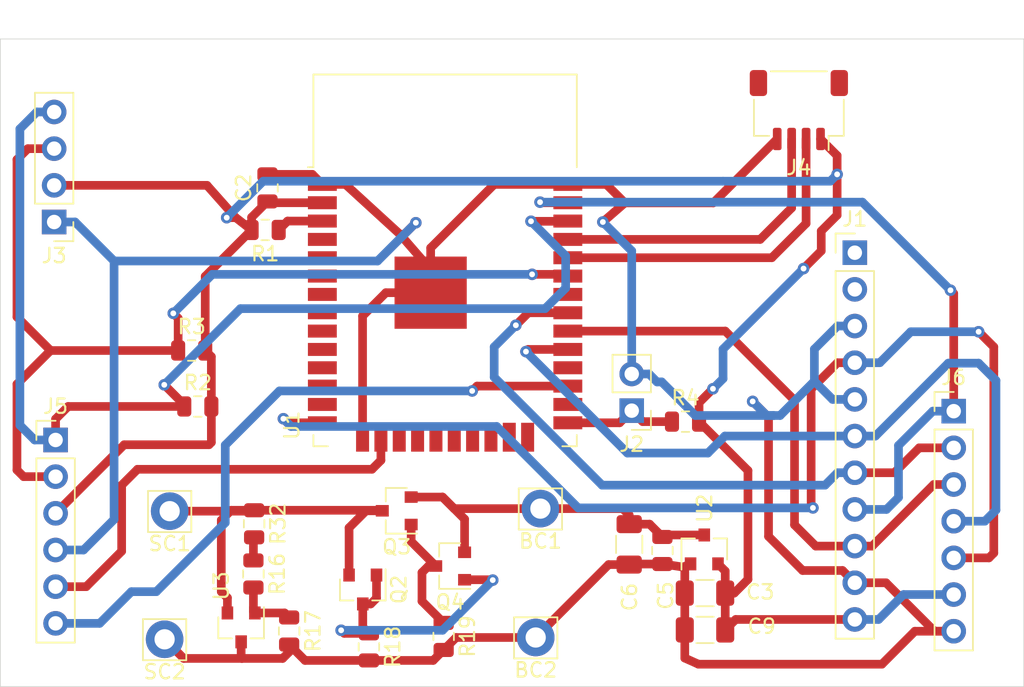
<source format=kicad_pcb>
(kicad_pcb (version 20171130) (host pcbnew 5.1.5+dfsg1-2build2)

  (general
    (thickness 1.6)
    (drawings 4)
    (tracks 309)
    (zones 0)
    (modules 30)
    (nets 45)
  )

  (page A4)
  (layers
    (0 F.Cu signal)
    (31 B.Cu signal)
    (32 B.Adhes user)
    (33 F.Adhes user)
    (34 B.Paste user)
    (35 F.Paste user)
    (36 B.SilkS user)
    (37 F.SilkS user)
    (38 B.Mask user)
    (39 F.Mask user)
    (40 Dwgs.User user)
    (41 Cmts.User user)
    (42 Eco1.User user)
    (43 Eco2.User user)
    (44 Edge.Cuts user)
    (45 Margin user)
    (46 B.CrtYd user)
    (47 F.CrtYd user)
    (48 B.Fab user)
    (49 F.Fab user hide)
  )

  (setup
    (last_trace_width 0.25)
    (user_trace_width 0.6)
    (trace_clearance 0.2)
    (zone_clearance 0.508)
    (zone_45_only no)
    (trace_min 0.2)
    (via_size 0.8)
    (via_drill 0.4)
    (via_min_size 0.4)
    (via_min_drill 0.3)
    (uvia_size 0.3)
    (uvia_drill 0.1)
    (uvias_allowed no)
    (uvia_min_size 0.2)
    (uvia_min_drill 0.1)
    (edge_width 0.05)
    (segment_width 0.2)
    (pcb_text_width 0.3)
    (pcb_text_size 1.5 1.5)
    (mod_edge_width 0.12)
    (mod_text_size 1 1)
    (mod_text_width 0.15)
    (pad_size 1.524 1.524)
    (pad_drill 0.762)
    (pad_to_mask_clearance 0.051)
    (solder_mask_min_width 0.25)
    (aux_axis_origin 0 0)
    (visible_elements FFFFFF7F)
    (pcbplotparams
      (layerselection 0x010fc_ffffffff)
      (usegerberextensions false)
      (usegerberattributes false)
      (usegerberadvancedattributes false)
      (creategerberjobfile false)
      (excludeedgelayer true)
      (linewidth 0.100000)
      (plotframeref false)
      (viasonmask false)
      (mode 1)
      (useauxorigin false)
      (hpglpennumber 1)
      (hpglpenspeed 20)
      (hpglpendiameter 15.000000)
      (psnegative false)
      (psa4output false)
      (plotreference true)
      (plotvalue true)
      (plotinvisibletext false)
      (padsonsilk false)
      (subtractmaskfromsilk false)
      (outputformat 1)
      (mirror false)
      (drillshape 0)
      (scaleselection 1)
      (outputdirectory ""))
  )

  (net 0 "")
  (net 1 VCC)
  (net 2 GND)
  (net 3 +3V3)
  (net 4 "Net-(J1-Pad1)")
  (net 5 "Net-(J1-Pad2)")
  (net 6 INT0)
  (net 7 SS)
  (net 8 MISO)
  (net 9 MOSI)
  (net 10 SCK)
  (net 11 "Net-(J2-Pad1)")
  (net 12 SDA)
  (net 13 SCL)
  (net 14 "Net-(J4-Pad2)")
  (net 15 "Net-(J4-Pad3)")
  (net 16 INT1)
  (net 17 SYNC)
  (net 18 "Net-(Q2-Pad2)")
  (net 19 "Net-(Q3-Pad1)")
  (net 20 "Net-(R1-Pad1)")
  (net 21 "Net-(R16-Pad2)")
  (net 22 "Net-(R16-Pad1)")
  (net 23 "Net-(U1-Pad4)")
  (net 24 "Net-(U1-Pad5)")
  (net 25 "Net-(U1-Pad6)")
  (net 26 "Net-(U1-Pad7)")
  (net 27 "Net-(U1-Pad8)")
  (net 28 "Net-(U1-Pad9)")
  (net 29 "Net-(U1-Pad10)")
  (net 30 "Net-(U1-Pad11)")
  (net 31 "Net-(U1-Pad12)")
  (net 32 "Net-(U1-Pad13)")
  (net 33 "Net-(U1-Pad17)")
  (net 34 "Net-(U1-Pad18)")
  (net 35 "Net-(U1-Pad19)")
  (net 36 "Net-(U1-Pad20)")
  (net 37 "Net-(U1-Pad21)")
  (net 38 "Net-(U1-Pad22)")
  (net 39 "Net-(U1-Pad23)")
  (net 40 "Net-(U1-Pad24)")
  (net 41 "Net-(U1-Pad26)")
  (net 42 "Net-(U1-Pad28)")
  (net 43 "Net-(U1-Pad32)")
  (net 44 "Net-(Q2-Pad1)")

  (net_class Default "This is the default net class."
    (clearance 0.2)
    (trace_width 0.25)
    (via_dia 0.8)
    (via_drill 0.4)
    (uvia_dia 0.3)
    (uvia_drill 0.1)
    (add_net +3V3)
    (add_net GND)
    (add_net INT0)
    (add_net INT1)
    (add_net MISO)
    (add_net MOSI)
    (add_net "Net-(J1-Pad1)")
    (add_net "Net-(J1-Pad2)")
    (add_net "Net-(J2-Pad1)")
    (add_net "Net-(J4-Pad2)")
    (add_net "Net-(J4-Pad3)")
    (add_net "Net-(Q2-Pad1)")
    (add_net "Net-(Q2-Pad2)")
    (add_net "Net-(Q3-Pad1)")
    (add_net "Net-(R1-Pad1)")
    (add_net "Net-(R16-Pad1)")
    (add_net "Net-(R16-Pad2)")
    (add_net "Net-(U1-Pad10)")
    (add_net "Net-(U1-Pad11)")
    (add_net "Net-(U1-Pad12)")
    (add_net "Net-(U1-Pad13)")
    (add_net "Net-(U1-Pad17)")
    (add_net "Net-(U1-Pad18)")
    (add_net "Net-(U1-Pad19)")
    (add_net "Net-(U1-Pad20)")
    (add_net "Net-(U1-Pad21)")
    (add_net "Net-(U1-Pad22)")
    (add_net "Net-(U1-Pad23)")
    (add_net "Net-(U1-Pad24)")
    (add_net "Net-(U1-Pad26)")
    (add_net "Net-(U1-Pad28)")
    (add_net "Net-(U1-Pad32)")
    (add_net "Net-(U1-Pad4)")
    (add_net "Net-(U1-Pad5)")
    (add_net "Net-(U1-Pad6)")
    (add_net "Net-(U1-Pad7)")
    (add_net "Net-(U1-Pad8)")
    (add_net "Net-(U1-Pad9)")
    (add_net SCK)
    (add_net SCL)
    (add_net SDA)
    (add_net SS)
    (add_net SYNC)
    (add_net VCC)
  )

  (module Connector_Pin:Pin_D1.4mm_L8.5mm_W2.8mm_FlatFork (layer F.Cu) (tedit 5C89BF14) (tstamp 66863377)
    (at 113.55 78.45)
    (descr "solder Pin_ with flat with fork, hole diameter 1.4mm, length 8.5mm, width 2.8mm, e.g. Ettinger 13.13.890, https://katalog.ettinger.de/#p=434")
    (tags "solder Pin_ with flat fork")
    (path /668B874F)
    (fp_text reference BC1 (at 0 2.25) (layer F.SilkS)
      (effects (font (size 1 1) (thickness 0.15)))
    )
    (fp_text value Battery (at 0 -2.05) (layer F.Fab)
      (effects (font (size 1 1) (thickness 0.15)))
    )
    (fp_text user %R (at 0 2.25) (layer F.Fab)
      (effects (font (size 1 1) (thickness 0.15)))
    )
    (fp_line (start 1.4 0.25) (end -1.4 0.25) (layer F.Fab) (width 0.1))
    (fp_line (start -1.4 -0.25) (end 1.4 -0.25) (layer F.Fab) (width 0.1))
    (fp_line (start -1.5 -1.4) (end 1.5 -1.4) (layer F.SilkS) (width 0.12))
    (fp_line (start 1.5 -1.4) (end 1.5 1.45) (layer F.SilkS) (width 0.12))
    (fp_line (start -1.5 -1.4) (end -1.5 1.45) (layer F.SilkS) (width 0.12))
    (fp_line (start -1.5 1.45) (end 1.5 1.45) (layer F.SilkS) (width 0.12))
    (fp_line (start 1.4 -0.25) (end 1.4 0.25) (layer F.Fab) (width 0.1))
    (fp_line (start -1.4 0.25) (end -1.4 -0.25) (layer F.Fab) (width 0.1))
    (fp_line (start -1.9 -1.8) (end 1.9 -1.8) (layer F.CrtYd) (width 0.05))
    (fp_line (start -1.9 -1.8) (end -1.9 1.8) (layer F.CrtYd) (width 0.05))
    (fp_line (start 1.9 1.8) (end 1.9 -1.8) (layer F.CrtYd) (width 0.05))
    (fp_line (start 1.9 1.8) (end -1.9 1.8) (layer F.CrtYd) (width 0.05))
    (pad 1 thru_hole circle (at 0 0) (size 2.6 2.6) (drill 1.4) (layers *.Cu *.Mask)
      (net 1 VCC))
    (model ${KISYS3DMOD}/Connector_Pin.3dshapes/Pin_D1.4mm_L8.5mm_W2.8mm_FlatFork.wrl
      (at (xyz 0 0 0))
      (scale (xyz 1 1 1))
      (rotate (xyz 0 0 0))
    )
  )

  (module Connector_Pin:Pin_D1.4mm_L8.5mm_W2.8mm_FlatFork (layer F.Cu) (tedit 5C89BF14) (tstamp 66863389)
    (at 113.225 87.375)
    (descr "solder Pin_ with flat with fork, hole diameter 1.4mm, length 8.5mm, width 2.8mm, e.g. Ettinger 13.13.890, https://katalog.ettinger.de/#p=434")
    (tags "solder Pin_ with flat fork")
    (path /668B4CA9)
    (fp_text reference BC2 (at 0 2.25) (layer F.SilkS)
      (effects (font (size 1 1) (thickness 0.15)))
    )
    (fp_text value Battery (at 0 -2.05) (layer F.Fab)
      (effects (font (size 1 1) (thickness 0.15)))
    )
    (fp_text user %R (at 0 2.25) (layer F.Fab)
      (effects (font (size 1 1) (thickness 0.15)))
    )
    (fp_line (start 1.4 0.25) (end -1.4 0.25) (layer F.Fab) (width 0.1))
    (fp_line (start -1.4 -0.25) (end 1.4 -0.25) (layer F.Fab) (width 0.1))
    (fp_line (start -1.5 -1.4) (end 1.5 -1.4) (layer F.SilkS) (width 0.12))
    (fp_line (start 1.5 -1.4) (end 1.5 1.45) (layer F.SilkS) (width 0.12))
    (fp_line (start -1.5 -1.4) (end -1.5 1.45) (layer F.SilkS) (width 0.12))
    (fp_line (start -1.5 1.45) (end 1.5 1.45) (layer F.SilkS) (width 0.12))
    (fp_line (start 1.4 -0.25) (end 1.4 0.25) (layer F.Fab) (width 0.1))
    (fp_line (start -1.4 0.25) (end -1.4 -0.25) (layer F.Fab) (width 0.1))
    (fp_line (start -1.9 -1.8) (end 1.9 -1.8) (layer F.CrtYd) (width 0.05))
    (fp_line (start -1.9 -1.8) (end -1.9 1.8) (layer F.CrtYd) (width 0.05))
    (fp_line (start 1.9 1.8) (end 1.9 -1.8) (layer F.CrtYd) (width 0.05))
    (fp_line (start 1.9 1.8) (end -1.9 1.8) (layer F.CrtYd) (width 0.05))
    (pad 1 thru_hole circle (at 0 0) (size 2.6 2.6) (drill 1.4) (layers *.Cu *.Mask)
      (net 2 GND))
    (model ${KISYS3DMOD}/Connector_Pin.3dshapes/Pin_D1.4mm_L8.5mm_W2.8mm_FlatFork.wrl
      (at (xyz 0 0 0))
      (scale (xyz 1 1 1))
      (rotate (xyz 0 0 0))
    )
  )

  (module Capacitor_SMD:C_0805_2012Metric (layer F.Cu) (tedit 5B36C52B) (tstamp 6686339A)
    (at 94.65 56.2375 90)
    (descr "Capacitor SMD 0805 (2012 Metric), square (rectangular) end terminal, IPC_7351 nominal, (Body size source: https://docs.google.com/spreadsheets/d/1BsfQQcO9C6DZCsRaXUlFlo91Tg2WpOkGARC1WS5S8t0/edit?usp=sharing), generated with kicad-footprint-generator")
    (tags capacitor)
    (path /66636590)
    (attr smd)
    (fp_text reference C2 (at 0 -1.65 90) (layer F.SilkS)
      (effects (font (size 1 1) (thickness 0.15)))
    )
    (fp_text value 100n (at 0 1.65 90) (layer F.Fab)
      (effects (font (size 1 1) (thickness 0.15)))
    )
    (fp_text user %R (at 0 0 90) (layer F.Fab)
      (effects (font (size 0.5 0.5) (thickness 0.08)))
    )
    (fp_line (start 1.68 0.95) (end -1.68 0.95) (layer F.CrtYd) (width 0.05))
    (fp_line (start 1.68 -0.95) (end 1.68 0.95) (layer F.CrtYd) (width 0.05))
    (fp_line (start -1.68 -0.95) (end 1.68 -0.95) (layer F.CrtYd) (width 0.05))
    (fp_line (start -1.68 0.95) (end -1.68 -0.95) (layer F.CrtYd) (width 0.05))
    (fp_line (start -0.258578 0.71) (end 0.258578 0.71) (layer F.SilkS) (width 0.12))
    (fp_line (start -0.258578 -0.71) (end 0.258578 -0.71) (layer F.SilkS) (width 0.12))
    (fp_line (start 1 0.6) (end -1 0.6) (layer F.Fab) (width 0.1))
    (fp_line (start 1 -0.6) (end 1 0.6) (layer F.Fab) (width 0.1))
    (fp_line (start -1 -0.6) (end 1 -0.6) (layer F.Fab) (width 0.1))
    (fp_line (start -1 0.6) (end -1 -0.6) (layer F.Fab) (width 0.1))
    (pad 2 smd roundrect (at 0.9375 0 90) (size 0.975 1.4) (layers F.Cu F.Paste F.Mask) (roundrect_rratio 0.25)
      (net 2 GND))
    (pad 1 smd roundrect (at -0.9375 0 90) (size 0.975 1.4) (layers F.Cu F.Paste F.Mask) (roundrect_rratio 0.25)
      (net 3 +3V3))
    (model ${KISYS3DMOD}/Capacitor_SMD.3dshapes/C_0805_2012Metric.wrl
      (at (xyz 0 0 0))
      (scale (xyz 1 1 1))
      (rotate (xyz 0 0 0))
    )
  )

  (module Capacitor_SMD:C_1206_3216Metric (layer F.Cu) (tedit 5B301BBE) (tstamp 668633AB)
    (at 124.95 84.3 180)
    (descr "Capacitor SMD 1206 (3216 Metric), square (rectangular) end terminal, IPC_7351 nominal, (Body size source: http://www.tortai-tech.com/upload/download/2011102023233369053.pdf), generated with kicad-footprint-generator")
    (tags capacitor)
    (path /667DE8AC)
    (attr smd)
    (fp_text reference C3 (at -3.825 0.075) (layer F.SilkS)
      (effects (font (size 1 1) (thickness 0.15)))
    )
    (fp_text value 10u (at 0 1.82) (layer F.Fab)
      (effects (font (size 1 1) (thickness 0.15)))
    )
    (fp_line (start -1.6 0.8) (end -1.6 -0.8) (layer F.Fab) (width 0.1))
    (fp_line (start -1.6 -0.8) (end 1.6 -0.8) (layer F.Fab) (width 0.1))
    (fp_line (start 1.6 -0.8) (end 1.6 0.8) (layer F.Fab) (width 0.1))
    (fp_line (start 1.6 0.8) (end -1.6 0.8) (layer F.Fab) (width 0.1))
    (fp_line (start -0.602064 -0.91) (end 0.602064 -0.91) (layer F.SilkS) (width 0.12))
    (fp_line (start -0.602064 0.91) (end 0.602064 0.91) (layer F.SilkS) (width 0.12))
    (fp_line (start -2.28 1.12) (end -2.28 -1.12) (layer F.CrtYd) (width 0.05))
    (fp_line (start -2.28 -1.12) (end 2.28 -1.12) (layer F.CrtYd) (width 0.05))
    (fp_line (start 2.28 -1.12) (end 2.28 1.12) (layer F.CrtYd) (width 0.05))
    (fp_line (start 2.28 1.12) (end -2.28 1.12) (layer F.CrtYd) (width 0.05))
    (fp_text user %R (at 0 0) (layer F.Fab)
      (effects (font (size 0.8 0.8) (thickness 0.12)))
    )
    (pad 1 smd roundrect (at -1.4 0 180) (size 1.25 1.75) (layers F.Cu F.Paste F.Mask) (roundrect_rratio 0.2)
      (net 3 +3V3))
    (pad 2 smd roundrect (at 1.4 0 180) (size 1.25 1.75) (layers F.Cu F.Paste F.Mask) (roundrect_rratio 0.2)
      (net 2 GND))
    (model ${KISYS3DMOD}/Capacitor_SMD.3dshapes/C_1206_3216Metric.wrl
      (at (xyz 0 0 0))
      (scale (xyz 1 1 1))
      (rotate (xyz 0 0 0))
    )
  )

  (module Capacitor_SMD:C_0805_2012Metric (layer F.Cu) (tedit 5B36C52B) (tstamp 66863E9F)
    (at 122 81.35 270)
    (descr "Capacitor SMD 0805 (2012 Metric), square (rectangular) end terminal, IPC_7351 nominal, (Body size source: https://docs.google.com/spreadsheets/d/1BsfQQcO9C6DZCsRaXUlFlo91Tg2WpOkGARC1WS5S8t0/edit?usp=sharing), generated with kicad-footprint-generator")
    (tags capacitor)
    (path /6667D9F5)
    (attr smd)
    (fp_text reference C5 (at 3.125 -0.225 90) (layer F.SilkS)
      (effects (font (size 1 1) (thickness 0.15)))
    )
    (fp_text value 100n (at 0 1.65 90) (layer F.Fab)
      (effects (font (size 1 1) (thickness 0.15)))
    )
    (fp_line (start -1 0.6) (end -1 -0.6) (layer F.Fab) (width 0.1))
    (fp_line (start -1 -0.6) (end 1 -0.6) (layer F.Fab) (width 0.1))
    (fp_line (start 1 -0.6) (end 1 0.6) (layer F.Fab) (width 0.1))
    (fp_line (start 1 0.6) (end -1 0.6) (layer F.Fab) (width 0.1))
    (fp_line (start -0.258578 -0.71) (end 0.258578 -0.71) (layer F.SilkS) (width 0.12))
    (fp_line (start -0.258578 0.71) (end 0.258578 0.71) (layer F.SilkS) (width 0.12))
    (fp_line (start -1.68 0.95) (end -1.68 -0.95) (layer F.CrtYd) (width 0.05))
    (fp_line (start -1.68 -0.95) (end 1.68 -0.95) (layer F.CrtYd) (width 0.05))
    (fp_line (start 1.68 -0.95) (end 1.68 0.95) (layer F.CrtYd) (width 0.05))
    (fp_line (start 1.68 0.95) (end -1.68 0.95) (layer F.CrtYd) (width 0.05))
    (fp_text user %R (at 0 0 90) (layer F.Fab)
      (effects (font (size 0.5 0.5) (thickness 0.08)))
    )
    (pad 1 smd roundrect (at -0.9375 0 270) (size 0.975 1.4) (layers F.Cu F.Paste F.Mask) (roundrect_rratio 0.25)
      (net 1 VCC))
    (pad 2 smd roundrect (at 0.9375 0 270) (size 0.975 1.4) (layers F.Cu F.Paste F.Mask) (roundrect_rratio 0.25)
      (net 2 GND))
    (model ${KISYS3DMOD}/Capacitor_SMD.3dshapes/C_0805_2012Metric.wrl
      (at (xyz 0 0 0))
      (scale (xyz 1 1 1))
      (rotate (xyz 0 0 0))
    )
  )

  (module Capacitor_SMD:C_1206_3216Metric (layer F.Cu) (tedit 5B301BBE) (tstamp 668633CD)
    (at 119.7 80.925 270)
    (descr "Capacitor SMD 1206 (3216 Metric), square (rectangular) end terminal, IPC_7351 nominal, (Body size source: http://www.tortai-tech.com/upload/download/2011102023233369053.pdf), generated with kicad-footprint-generator")
    (tags capacitor)
    (path /6667DA72)
    (attr smd)
    (fp_text reference C6 (at 3.65 -0.025 90) (layer F.SilkS)
      (effects (font (size 1 1) (thickness 0.15)))
    )
    (fp_text value 10u (at 0 1.82 90) (layer F.Fab)
      (effects (font (size 1 1) (thickness 0.15)))
    )
    (fp_line (start -1.6 0.8) (end -1.6 -0.8) (layer F.Fab) (width 0.1))
    (fp_line (start -1.6 -0.8) (end 1.6 -0.8) (layer F.Fab) (width 0.1))
    (fp_line (start 1.6 -0.8) (end 1.6 0.8) (layer F.Fab) (width 0.1))
    (fp_line (start 1.6 0.8) (end -1.6 0.8) (layer F.Fab) (width 0.1))
    (fp_line (start -0.602064 -0.91) (end 0.602064 -0.91) (layer F.SilkS) (width 0.12))
    (fp_line (start -0.602064 0.91) (end 0.602064 0.91) (layer F.SilkS) (width 0.12))
    (fp_line (start -2.28 1.12) (end -2.28 -1.12) (layer F.CrtYd) (width 0.05))
    (fp_line (start -2.28 -1.12) (end 2.28 -1.12) (layer F.CrtYd) (width 0.05))
    (fp_line (start 2.28 -1.12) (end 2.28 1.12) (layer F.CrtYd) (width 0.05))
    (fp_line (start 2.28 1.12) (end -2.28 1.12) (layer F.CrtYd) (width 0.05))
    (fp_text user %R (at 0 0 90) (layer F.Fab)
      (effects (font (size 0.8 0.8) (thickness 0.12)))
    )
    (pad 1 smd roundrect (at -1.4 0 270) (size 1.25 1.75) (layers F.Cu F.Paste F.Mask) (roundrect_rratio 0.2)
      (net 1 VCC))
    (pad 2 smd roundrect (at 1.4 0 270) (size 1.25 1.75) (layers F.Cu F.Paste F.Mask) (roundrect_rratio 0.2)
      (net 2 GND))
    (model ${KISYS3DMOD}/Capacitor_SMD.3dshapes/C_1206_3216Metric.wrl
      (at (xyz 0 0 0))
      (scale (xyz 1 1 1))
      (rotate (xyz 0 0 0))
    )
  )

  (module Capacitor_SMD:C_1206_3216Metric (layer F.Cu) (tedit 5B301BBE) (tstamp 668633DE)
    (at 124.95 86.85 180)
    (descr "Capacitor SMD 1206 (3216 Metric), square (rectangular) end terminal, IPC_7351 nominal, (Body size source: http://www.tortai-tech.com/upload/download/2011102023233369053.pdf), generated with kicad-footprint-generator")
    (tags capacitor)
    (path /666BE1D5)
    (attr smd)
    (fp_text reference C9 (at -3.925 0.25) (layer F.SilkS)
      (effects (font (size 1 1) (thickness 0.15)))
    )
    (fp_text value 10u (at 0 1.82) (layer F.Fab)
      (effects (font (size 1 1) (thickness 0.15)))
    )
    (fp_text user %R (at 0 0) (layer F.Fab)
      (effects (font (size 0.8 0.8) (thickness 0.12)))
    )
    (fp_line (start 2.28 1.12) (end -2.28 1.12) (layer F.CrtYd) (width 0.05))
    (fp_line (start 2.28 -1.12) (end 2.28 1.12) (layer F.CrtYd) (width 0.05))
    (fp_line (start -2.28 -1.12) (end 2.28 -1.12) (layer F.CrtYd) (width 0.05))
    (fp_line (start -2.28 1.12) (end -2.28 -1.12) (layer F.CrtYd) (width 0.05))
    (fp_line (start -0.602064 0.91) (end 0.602064 0.91) (layer F.SilkS) (width 0.12))
    (fp_line (start -0.602064 -0.91) (end 0.602064 -0.91) (layer F.SilkS) (width 0.12))
    (fp_line (start 1.6 0.8) (end -1.6 0.8) (layer F.Fab) (width 0.1))
    (fp_line (start 1.6 -0.8) (end 1.6 0.8) (layer F.Fab) (width 0.1))
    (fp_line (start -1.6 -0.8) (end 1.6 -0.8) (layer F.Fab) (width 0.1))
    (fp_line (start -1.6 0.8) (end -1.6 -0.8) (layer F.Fab) (width 0.1))
    (pad 2 smd roundrect (at 1.4 0 180) (size 1.25 1.75) (layers F.Cu F.Paste F.Mask) (roundrect_rratio 0.2)
      (net 2 GND))
    (pad 1 smd roundrect (at -1.4 0 180) (size 1.25 1.75) (layers F.Cu F.Paste F.Mask) (roundrect_rratio 0.2)
      (net 3 +3V3))
    (model ${KISYS3DMOD}/Capacitor_SMD.3dshapes/C_1206_3216Metric.wrl
      (at (xyz 0 0 0))
      (scale (xyz 1 1 1))
      (rotate (xyz 0 0 0))
    )
  )

  (module Connector_PinHeader_2.54mm:PinHeader_1x11_P2.54mm_Vertical (layer F.Cu) (tedit 59FED5CC) (tstamp 668633FD)
    (at 135.325 60.725)
    (descr "Through hole straight pin header, 1x11, 2.54mm pitch, single row")
    (tags "Through hole pin header THT 1x11 2.54mm single row")
    (path /667C6FC3)
    (fp_text reference J1 (at 0 -2.33) (layer F.SilkS)
      (effects (font (size 1 1) (thickness 0.15)))
    )
    (fp_text value CJMCU-3935 (at 0 27.73) (layer F.Fab)
      (effects (font (size 1 1) (thickness 0.15)))
    )
    (fp_line (start -0.635 -1.27) (end 1.27 -1.27) (layer F.Fab) (width 0.1))
    (fp_line (start 1.27 -1.27) (end 1.27 26.67) (layer F.Fab) (width 0.1))
    (fp_line (start 1.27 26.67) (end -1.27 26.67) (layer F.Fab) (width 0.1))
    (fp_line (start -1.27 26.67) (end -1.27 -0.635) (layer F.Fab) (width 0.1))
    (fp_line (start -1.27 -0.635) (end -0.635 -1.27) (layer F.Fab) (width 0.1))
    (fp_line (start -1.33 26.73) (end 1.33 26.73) (layer F.SilkS) (width 0.12))
    (fp_line (start -1.33 1.27) (end -1.33 26.73) (layer F.SilkS) (width 0.12))
    (fp_line (start 1.33 1.27) (end 1.33 26.73) (layer F.SilkS) (width 0.12))
    (fp_line (start -1.33 1.27) (end 1.33 1.27) (layer F.SilkS) (width 0.12))
    (fp_line (start -1.33 0) (end -1.33 -1.33) (layer F.SilkS) (width 0.12))
    (fp_line (start -1.33 -1.33) (end 0 -1.33) (layer F.SilkS) (width 0.12))
    (fp_line (start -1.8 -1.8) (end -1.8 27.2) (layer F.CrtYd) (width 0.05))
    (fp_line (start -1.8 27.2) (end 1.8 27.2) (layer F.CrtYd) (width 0.05))
    (fp_line (start 1.8 27.2) (end 1.8 -1.8) (layer F.CrtYd) (width 0.05))
    (fp_line (start 1.8 -1.8) (end -1.8 -1.8) (layer F.CrtYd) (width 0.05))
    (fp_text user %R (at 0 12.7 90) (layer F.Fab)
      (effects (font (size 1 1) (thickness 0.15)))
    )
    (pad 1 thru_hole rect (at 0 0) (size 1.7 1.7) (drill 1) (layers *.Cu *.Mask)
      (net 4 "Net-(J1-Pad1)"))
    (pad 2 thru_hole oval (at 0 2.54) (size 1.7 1.7) (drill 1) (layers *.Cu *.Mask)
      (net 5 "Net-(J1-Pad2)"))
    (pad 3 thru_hole oval (at 0 5.08) (size 1.7 1.7) (drill 1) (layers *.Cu *.Mask)
      (net 2 GND))
    (pad 4 thru_hole oval (at 0 7.62) (size 1.7 1.7) (drill 1) (layers *.Cu *.Mask)
      (net 6 INT0))
    (pad 5 thru_hole oval (at 0 10.16) (size 1.7 1.7) (drill 1) (layers *.Cu *.Mask)
      (net 2 GND))
    (pad 6 thru_hole oval (at 0 12.7) (size 1.7 1.7) (drill 1) (layers *.Cu *.Mask)
      (net 7 SS))
    (pad 7 thru_hole oval (at 0 15.24) (size 1.7 1.7) (drill 1) (layers *.Cu *.Mask)
      (net 8 MISO))
    (pad 8 thru_hole oval (at 0 17.78) (size 1.7 1.7) (drill 1) (layers *.Cu *.Mask)
      (net 9 MOSI))
    (pad 9 thru_hole oval (at 0 20.32) (size 1.7 1.7) (drill 1) (layers *.Cu *.Mask)
      (net 10 SCK))
    (pad 10 thru_hole oval (at 0 22.86) (size 1.7 1.7) (drill 1) (layers *.Cu *.Mask)
      (net 2 GND))
    (pad 11 thru_hole oval (at 0 25.4) (size 1.7 1.7) (drill 1) (layers *.Cu *.Mask)
      (net 3 +3V3))
    (model ${KISYS3DMOD}/Connector_PinHeader_2.54mm.3dshapes/PinHeader_1x11_P2.54mm_Vertical.wrl
      (at (xyz 0 0 0))
      (scale (xyz 1 1 1))
      (rotate (xyz 0 0 0))
    )
  )

  (module Connector_PinHeader_2.54mm:PinHeader_1x02_P2.54mm_Vertical (layer F.Cu) (tedit 59FED5CC) (tstamp 66863413)
    (at 119.875 71.665 180)
    (descr "Through hole straight pin header, 1x02, 2.54mm pitch, single row")
    (tags "Through hole pin header THT 1x02 2.54mm single row")
    (path /666FA729)
    (fp_text reference J2 (at 0 -2.33) (layer F.SilkS)
      (effects (font (size 1 1) (thickness 0.15)))
    )
    (fp_text value boot (at 0 4.87) (layer F.Fab)
      (effects (font (size 1 1) (thickness 0.15)))
    )
    (fp_line (start -0.635 -1.27) (end 1.27 -1.27) (layer F.Fab) (width 0.1))
    (fp_line (start 1.27 -1.27) (end 1.27 3.81) (layer F.Fab) (width 0.1))
    (fp_line (start 1.27 3.81) (end -1.27 3.81) (layer F.Fab) (width 0.1))
    (fp_line (start -1.27 3.81) (end -1.27 -0.635) (layer F.Fab) (width 0.1))
    (fp_line (start -1.27 -0.635) (end -0.635 -1.27) (layer F.Fab) (width 0.1))
    (fp_line (start -1.33 3.87) (end 1.33 3.87) (layer F.SilkS) (width 0.12))
    (fp_line (start -1.33 1.27) (end -1.33 3.87) (layer F.SilkS) (width 0.12))
    (fp_line (start 1.33 1.27) (end 1.33 3.87) (layer F.SilkS) (width 0.12))
    (fp_line (start -1.33 1.27) (end 1.33 1.27) (layer F.SilkS) (width 0.12))
    (fp_line (start -1.33 0) (end -1.33 -1.33) (layer F.SilkS) (width 0.12))
    (fp_line (start -1.33 -1.33) (end 0 -1.33) (layer F.SilkS) (width 0.12))
    (fp_line (start -1.8 -1.8) (end -1.8 4.35) (layer F.CrtYd) (width 0.05))
    (fp_line (start -1.8 4.35) (end 1.8 4.35) (layer F.CrtYd) (width 0.05))
    (fp_line (start 1.8 4.35) (end 1.8 -1.8) (layer F.CrtYd) (width 0.05))
    (fp_line (start 1.8 -1.8) (end -1.8 -1.8) (layer F.CrtYd) (width 0.05))
    (fp_text user %R (at 0 1.27 90) (layer F.Fab)
      (effects (font (size 1 1) (thickness 0.15)))
    )
    (pad 1 thru_hole rect (at 0 0 180) (size 1.7 1.7) (drill 1) (layers *.Cu *.Mask)
      (net 11 "Net-(J2-Pad1)"))
    (pad 2 thru_hole oval (at 0 2.54 180) (size 1.7 1.7) (drill 1) (layers *.Cu *.Mask)
      (net 2 GND))
    (model ${KISYS3DMOD}/Connector_PinHeader_2.54mm.3dshapes/PinHeader_1x02_P2.54mm_Vertical.wrl
      (at (xyz 0 0 0))
      (scale (xyz 1 1 1))
      (rotate (xyz 0 0 0))
    )
  )

  (module Connector_PinHeader_2.54mm:PinHeader_1x04_P2.54mm_Vertical (layer F.Cu) (tedit 59FED5CC) (tstamp 6686342B)
    (at 79.875 58.6 180)
    (descr "Through hole straight pin header, 1x04, 2.54mm pitch, single row")
    (tags "Through hole pin header THT 1x04 2.54mm single row")
    (path /66882E81)
    (fp_text reference J3 (at 0 -2.33) (layer F.SilkS)
      (effects (font (size 1 1) (thickness 0.15)))
    )
    (fp_text value VEML7700 (at 0 9.95) (layer F.Fab)
      (effects (font (size 1 1) (thickness 0.15)))
    )
    (fp_line (start -0.635 -1.27) (end 1.27 -1.27) (layer F.Fab) (width 0.1))
    (fp_line (start 1.27 -1.27) (end 1.27 8.89) (layer F.Fab) (width 0.1))
    (fp_line (start 1.27 8.89) (end -1.27 8.89) (layer F.Fab) (width 0.1))
    (fp_line (start -1.27 8.89) (end -1.27 -0.635) (layer F.Fab) (width 0.1))
    (fp_line (start -1.27 -0.635) (end -0.635 -1.27) (layer F.Fab) (width 0.1))
    (fp_line (start -1.33 8.95) (end 1.33 8.95) (layer F.SilkS) (width 0.12))
    (fp_line (start -1.33 1.27) (end -1.33 8.95) (layer F.SilkS) (width 0.12))
    (fp_line (start 1.33 1.27) (end 1.33 8.95) (layer F.SilkS) (width 0.12))
    (fp_line (start -1.33 1.27) (end 1.33 1.27) (layer F.SilkS) (width 0.12))
    (fp_line (start -1.33 0) (end -1.33 -1.33) (layer F.SilkS) (width 0.12))
    (fp_line (start -1.33 -1.33) (end 0 -1.33) (layer F.SilkS) (width 0.12))
    (fp_line (start -1.8 -1.8) (end -1.8 9.4) (layer F.CrtYd) (width 0.05))
    (fp_line (start -1.8 9.4) (end 1.8 9.4) (layer F.CrtYd) (width 0.05))
    (fp_line (start 1.8 9.4) (end 1.8 -1.8) (layer F.CrtYd) (width 0.05))
    (fp_line (start 1.8 -1.8) (end -1.8 -1.8) (layer F.CrtYd) (width 0.05))
    (fp_text user %R (at 0 3.81 90) (layer F.Fab)
      (effects (font (size 1 1) (thickness 0.15)))
    )
    (pad 1 thru_hole rect (at 0 0 180) (size 1.7 1.7) (drill 1) (layers *.Cu *.Mask)
      (net 2 GND))
    (pad 2 thru_hole oval (at 0 2.54 180) (size 1.7 1.7) (drill 1) (layers *.Cu *.Mask)
      (net 3 +3V3))
    (pad 3 thru_hole oval (at 0 5.08 180) (size 1.7 1.7) (drill 1) (layers *.Cu *.Mask)
      (net 12 SDA))
    (pad 4 thru_hole oval (at 0 7.62 180) (size 1.7 1.7) (drill 1) (layers *.Cu *.Mask)
      (net 13 SCL))
    (model ${KISYS3DMOD}/Connector_PinHeader_2.54mm.3dshapes/PinHeader_1x04_P2.54mm_Vertical.wrl
      (at (xyz 0 0 0))
      (scale (xyz 1 1 1))
      (rotate (xyz 0 0 0))
    )
  )

  (module Connector_JST:JST_SH_SM04B-SRSS-TB_1x04-1MP_P1.00mm_Horizontal (layer F.Cu) (tedit 5B78AD87) (tstamp 66863446)
    (at 131.45 50.85 180)
    (descr "JST SH series connector, SM04B-SRSS-TB (http://www.jst-mfg.com/product/pdf/eng/eSH.pdf), generated with kicad-footprint-generator")
    (tags "connector JST SH top entry")
    (path /666EACFE)
    (attr smd)
    (fp_text reference J4 (at 0 -3.98) (layer F.SilkS)
      (effects (font (size 1 1) (thickness 0.15)))
    )
    (fp_text value jst (at 0 3.98) (layer F.Fab)
      (effects (font (size 1 1) (thickness 0.15)))
    )
    (fp_line (start -3 -1.675) (end 3 -1.675) (layer F.Fab) (width 0.1))
    (fp_line (start -3.11 0.715) (end -3.11 -1.785) (layer F.SilkS) (width 0.12))
    (fp_line (start -3.11 -1.785) (end -2.06 -1.785) (layer F.SilkS) (width 0.12))
    (fp_line (start -2.06 -1.785) (end -2.06 -2.775) (layer F.SilkS) (width 0.12))
    (fp_line (start 3.11 0.715) (end 3.11 -1.785) (layer F.SilkS) (width 0.12))
    (fp_line (start 3.11 -1.785) (end 2.06 -1.785) (layer F.SilkS) (width 0.12))
    (fp_line (start -1.94 2.685) (end 1.94 2.685) (layer F.SilkS) (width 0.12))
    (fp_line (start -3 2.575) (end 3 2.575) (layer F.Fab) (width 0.1))
    (fp_line (start -3 -1.675) (end -3 2.575) (layer F.Fab) (width 0.1))
    (fp_line (start 3 -1.675) (end 3 2.575) (layer F.Fab) (width 0.1))
    (fp_line (start -3.9 -3.28) (end -3.9 3.28) (layer F.CrtYd) (width 0.05))
    (fp_line (start -3.9 3.28) (end 3.9 3.28) (layer F.CrtYd) (width 0.05))
    (fp_line (start 3.9 3.28) (end 3.9 -3.28) (layer F.CrtYd) (width 0.05))
    (fp_line (start 3.9 -3.28) (end -3.9 -3.28) (layer F.CrtYd) (width 0.05))
    (fp_line (start -2 -1.675) (end -1.5 -0.967893) (layer F.Fab) (width 0.1))
    (fp_line (start -1.5 -0.967893) (end -1 -1.675) (layer F.Fab) (width 0.1))
    (fp_text user %R (at 0 0) (layer F.Fab)
      (effects (font (size 1 1) (thickness 0.15)))
    )
    (pad 1 smd roundrect (at -1.5 -2 180) (size 0.6 1.55) (layers F.Cu F.Paste F.Mask) (roundrect_rratio 0.25)
      (net 3 +3V3))
    (pad 2 smd roundrect (at -0.5 -2 180) (size 0.6 1.55) (layers F.Cu F.Paste F.Mask) (roundrect_rratio 0.25)
      (net 14 "Net-(J4-Pad2)"))
    (pad 3 smd roundrect (at 0.5 -2 180) (size 0.6 1.55) (layers F.Cu F.Paste F.Mask) (roundrect_rratio 0.25)
      (net 15 "Net-(J4-Pad3)"))
    (pad 4 smd roundrect (at 1.5 -2 180) (size 0.6 1.55) (layers F.Cu F.Paste F.Mask) (roundrect_rratio 0.25)
      (net 2 GND))
    (pad MP smd roundrect (at -2.8 1.875 180) (size 1.2 1.8) (layers F.Cu F.Paste F.Mask) (roundrect_rratio 0.208333))
    (pad MP smd roundrect (at 2.8 1.875 180) (size 1.2 1.8) (layers F.Cu F.Paste F.Mask) (roundrect_rratio 0.208333))
    (model ${KISYS3DMOD}/Connector_JST.3dshapes/JST_SH_SM04B-SRSS-TB_1x04-1MP_P1.00mm_Horizontal.wrl
      (at (xyz 0 0 0))
      (scale (xyz 1 1 1))
      (rotate (xyz 0 0 0))
    )
  )

  (module Connector_PinHeader_2.54mm:PinHeader_1x06_P2.54mm_Vertical (layer F.Cu) (tedit 59FED5CC) (tstamp 66863460)
    (at 79.975 73.695)
    (descr "Through hole straight pin header, 1x06, 2.54mm pitch, single row")
    (tags "Through hole pin header THT 1x06 2.54mm single row")
    (path /66868465)
    (fp_text reference J5 (at 0 -2.33) (layer F.SilkS)
      (effects (font (size 1 1) (thickness 0.15)))
    )
    (fp_text value AS7731 (at 0 15.03) (layer F.Fab)
      (effects (font (size 1 1) (thickness 0.15)))
    )
    (fp_line (start -0.635 -1.27) (end 1.27 -1.27) (layer F.Fab) (width 0.1))
    (fp_line (start 1.27 -1.27) (end 1.27 13.97) (layer F.Fab) (width 0.1))
    (fp_line (start 1.27 13.97) (end -1.27 13.97) (layer F.Fab) (width 0.1))
    (fp_line (start -1.27 13.97) (end -1.27 -0.635) (layer F.Fab) (width 0.1))
    (fp_line (start -1.27 -0.635) (end -0.635 -1.27) (layer F.Fab) (width 0.1))
    (fp_line (start -1.33 14.03) (end 1.33 14.03) (layer F.SilkS) (width 0.12))
    (fp_line (start -1.33 1.27) (end -1.33 14.03) (layer F.SilkS) (width 0.12))
    (fp_line (start 1.33 1.27) (end 1.33 14.03) (layer F.SilkS) (width 0.12))
    (fp_line (start -1.33 1.27) (end 1.33 1.27) (layer F.SilkS) (width 0.12))
    (fp_line (start -1.33 0) (end -1.33 -1.33) (layer F.SilkS) (width 0.12))
    (fp_line (start -1.33 -1.33) (end 0 -1.33) (layer F.SilkS) (width 0.12))
    (fp_line (start -1.8 -1.8) (end -1.8 14.5) (layer F.CrtYd) (width 0.05))
    (fp_line (start -1.8 14.5) (end 1.8 14.5) (layer F.CrtYd) (width 0.05))
    (fp_line (start 1.8 14.5) (end 1.8 -1.8) (layer F.CrtYd) (width 0.05))
    (fp_line (start 1.8 -1.8) (end -1.8 -1.8) (layer F.CrtYd) (width 0.05))
    (fp_text user %R (at 0 6.35 90) (layer F.Fab)
      (effects (font (size 1 1) (thickness 0.15)))
    )
    (pad 1 thru_hole rect (at 0 0) (size 1.7 1.7) (drill 1) (layers *.Cu *.Mask)
      (net 13 SCL))
    (pad 2 thru_hole oval (at 0 2.54) (size 1.7 1.7) (drill 1) (layers *.Cu *.Mask)
      (net 12 SDA))
    (pad 3 thru_hole oval (at 0 5.08) (size 1.7 1.7) (drill 1) (layers *.Cu *.Mask)
      (net 3 +3V3))
    (pad 4 thru_hole oval (at 0 7.62) (size 1.7 1.7) (drill 1) (layers *.Cu *.Mask)
      (net 2 GND))
    (pad 5 thru_hole oval (at 0 10.16) (size 1.7 1.7) (drill 1) (layers *.Cu *.Mask)
      (net 16 INT1))
    (pad 6 thru_hole oval (at 0 12.7) (size 1.7 1.7) (drill 1) (layers *.Cu *.Mask)
      (net 17 SYNC))
    (model ${KISYS3DMOD}/Connector_PinHeader_2.54mm.3dshapes/PinHeader_1x06_P2.54mm_Vertical.wrl
      (at (xyz 0 0 0))
      (scale (xyz 1 1 1))
      (rotate (xyz 0 0 0))
    )
  )

  (module pypilot_footprints:SOT-23_180 (layer F.Cu) (tedit 65BC926E) (tstamp 66863475)
    (at 101.25 84.05 90)
    (descr "SOT-23, Standard")
    (tags SOT-23)
    (path /656B7174)
    (attr smd)
    (fp_text reference Q2 (at 0 2.5 90) (layer F.SilkS)
      (effects (font (size 1 1) (thickness 0.15)))
    )
    (fp_text value Q_PNP_BEC (at 0 -2.5 90) (layer F.Fab)
      (effects (font (size 1 1) (thickness 0.15)))
    )
    (fp_line (start -0.76 -1.58) (end 0.7 -1.58) (layer F.SilkS) (width 0.12))
    (fp_line (start -0.76 1.58) (end 1.4 1.58) (layer F.SilkS) (width 0.12))
    (fp_line (start 1.7 -1.75) (end 1.7 1.75) (layer F.CrtYd) (width 0.05))
    (fp_line (start -1.7 -1.75) (end 1.7 -1.75) (layer F.CrtYd) (width 0.05))
    (fp_line (start -1.7 1.75) (end -1.7 -1.75) (layer F.CrtYd) (width 0.05))
    (fp_line (start 1.7 1.75) (end -1.7 1.75) (layer F.CrtYd) (width 0.05))
    (fp_line (start -0.76 1.58) (end -0.76 0.65) (layer F.SilkS) (width 0.12))
    (fp_line (start -0.76 -1.58) (end -0.76 -0.65) (layer F.SilkS) (width 0.12))
    (fp_line (start 0.7 -1.52) (end -0.7 -1.52) (layer F.Fab) (width 0.1))
    (fp_line (start -0.7 1.52) (end -0.7 -1.52) (layer F.Fab) (width 0.1))
    (fp_line (start 0.7 0.95) (end 0.15 1.52) (layer F.Fab) (width 0.1))
    (fp_line (start 0.15 1.52) (end -0.7 1.52) (layer F.Fab) (width 0.1))
    (fp_line (start 0.7 0.95) (end 0.7 -1.5) (layer F.Fab) (width 0.1))
    (fp_text user %R (at 0 0) (layer F.Fab)
      (effects (font (size 0.5 0.5) (thickness 0.075)))
    )
    (pad 3 smd rect (at -1 0 270) (size 0.9 0.8) (layers F.Cu F.Paste F.Mask)
      (net 44 "Net-(Q2-Pad1)"))
    (pad 2 smd rect (at 1 -0.95 270) (size 0.9 0.8) (layers F.Cu F.Paste F.Mask)
      (net 18 "Net-(Q2-Pad2)"))
    (pad 1 smd rect (at 1 0.95 270) (size 0.9 0.8) (layers F.Cu F.Paste F.Mask)
      (net 44 "Net-(Q2-Pad1)"))
    (model ${KISYS3DMOD}/Package_TO_SOT_SMD.3dshapes/SOT-23.wrl
      (at (xyz 0 0 0))
      (scale (xyz 1 1 1))
      (rotate (xyz 0 0 0))
    )
  )

  (module pypilot_footprints:SOT-23_180 (layer F.Cu) (tedit 65BC926E) (tstamp 668648D8)
    (at 103.6 78.6)
    (descr "SOT-23, Standard")
    (tags SOT-23)
    (path /656AFBED)
    (attr smd)
    (fp_text reference Q3 (at 0 2.5) (layer F.SilkS)
      (effects (font (size 1 1) (thickness 0.15)))
    )
    (fp_text value Q_PMOS_GSD (at 0 -2.5) (layer F.Fab)
      (effects (font (size 1 1) (thickness 0.15)))
    )
    (fp_line (start -0.76 -1.58) (end 0.7 -1.58) (layer F.SilkS) (width 0.12))
    (fp_line (start -0.76 1.58) (end 1.4 1.58) (layer F.SilkS) (width 0.12))
    (fp_line (start 1.7 -1.75) (end 1.7 1.75) (layer F.CrtYd) (width 0.05))
    (fp_line (start -1.7 -1.75) (end 1.7 -1.75) (layer F.CrtYd) (width 0.05))
    (fp_line (start -1.7 1.75) (end -1.7 -1.75) (layer F.CrtYd) (width 0.05))
    (fp_line (start 1.7 1.75) (end -1.7 1.75) (layer F.CrtYd) (width 0.05))
    (fp_line (start -0.76 1.58) (end -0.76 0.65) (layer F.SilkS) (width 0.12))
    (fp_line (start -0.76 -1.58) (end -0.76 -0.65) (layer F.SilkS) (width 0.12))
    (fp_line (start 0.7 -1.52) (end -0.7 -1.52) (layer F.Fab) (width 0.1))
    (fp_line (start -0.7 1.52) (end -0.7 -1.52) (layer F.Fab) (width 0.1))
    (fp_line (start 0.7 0.95) (end 0.15 1.52) (layer F.Fab) (width 0.1))
    (fp_line (start 0.15 1.52) (end -0.7 1.52) (layer F.Fab) (width 0.1))
    (fp_line (start 0.7 0.95) (end 0.7 -1.5) (layer F.Fab) (width 0.1))
    (fp_text user %R (at 0 0 90) (layer F.Fab)
      (effects (font (size 0.5 0.5) (thickness 0.075)))
    )
    (pad 3 smd rect (at -1 0 180) (size 0.9 0.8) (layers F.Cu F.Paste F.Mask)
      (net 18 "Net-(Q2-Pad2)"))
    (pad 2 smd rect (at 1 -0.95 180) (size 0.9 0.8) (layers F.Cu F.Paste F.Mask)
      (net 1 VCC))
    (pad 1 smd rect (at 1 0.95 180) (size 0.9 0.8) (layers F.Cu F.Paste F.Mask)
      (net 19 "Net-(Q3-Pad1)"))
    (model ${KISYS3DMOD}/Package_TO_SOT_SMD.3dshapes/SOT-23.wrl
      (at (xyz 0 0 0))
      (scale (xyz 1 1 1))
      (rotate (xyz 0 0 0))
    )
  )

  (module pypilot_footprints:SOT-23_180 (layer F.Cu) (tedit 65BC926E) (tstamp 6686349F)
    (at 107.3 82.425)
    (descr "SOT-23, Standard")
    (tags SOT-23)
    (path /656B27F4)
    (attr smd)
    (fp_text reference Q4 (at 0 2.5) (layer F.SilkS)
      (effects (font (size 1 1) (thickness 0.15)))
    )
    (fp_text value Q_PNP_BEC (at 0 -2.5) (layer F.Fab)
      (effects (font (size 1 1) (thickness 0.15)))
    )
    (fp_text user %R (at 0 0 90) (layer F.Fab)
      (effects (font (size 0.5 0.5) (thickness 0.075)))
    )
    (fp_line (start 0.7 0.95) (end 0.7 -1.5) (layer F.Fab) (width 0.1))
    (fp_line (start 0.15 1.52) (end -0.7 1.52) (layer F.Fab) (width 0.1))
    (fp_line (start 0.7 0.95) (end 0.15 1.52) (layer F.Fab) (width 0.1))
    (fp_line (start -0.7 1.52) (end -0.7 -1.52) (layer F.Fab) (width 0.1))
    (fp_line (start 0.7 -1.52) (end -0.7 -1.52) (layer F.Fab) (width 0.1))
    (fp_line (start -0.76 -1.58) (end -0.76 -0.65) (layer F.SilkS) (width 0.12))
    (fp_line (start -0.76 1.58) (end -0.76 0.65) (layer F.SilkS) (width 0.12))
    (fp_line (start 1.7 1.75) (end -1.7 1.75) (layer F.CrtYd) (width 0.05))
    (fp_line (start -1.7 1.75) (end -1.7 -1.75) (layer F.CrtYd) (width 0.05))
    (fp_line (start -1.7 -1.75) (end 1.7 -1.75) (layer F.CrtYd) (width 0.05))
    (fp_line (start 1.7 -1.75) (end 1.7 1.75) (layer F.CrtYd) (width 0.05))
    (fp_line (start -0.76 1.58) (end 1.4 1.58) (layer F.SilkS) (width 0.12))
    (fp_line (start -0.76 -1.58) (end 0.7 -1.58) (layer F.SilkS) (width 0.12))
    (pad 1 smd rect (at 1 0.95 180) (size 0.9 0.8) (layers F.Cu F.Paste F.Mask)
      (net 44 "Net-(Q2-Pad1)"))
    (pad 2 smd rect (at 1 -0.95 180) (size 0.9 0.8) (layers F.Cu F.Paste F.Mask)
      (net 1 VCC))
    (pad 3 smd rect (at -1 0 180) (size 0.9 0.8) (layers F.Cu F.Paste F.Mask)
      (net 19 "Net-(Q3-Pad1)"))
    (model ${KISYS3DMOD}/Package_TO_SOT_SMD.3dshapes/SOT-23.wrl
      (at (xyz 0 0 0))
      (scale (xyz 1 1 1))
      (rotate (xyz 0 0 0))
    )
  )

  (module Resistor_SMD:R_0805_2012Metric (layer F.Cu) (tedit 5B36C52B) (tstamp 668634B0)
    (at 94.4875 59.15 180)
    (descr "Resistor SMD 0805 (2012 Metric), square (rectangular) end terminal, IPC_7351 nominal, (Body size source: https://docs.google.com/spreadsheets/d/1BsfQQcO9C6DZCsRaXUlFlo91Tg2WpOkGARC1WS5S8t0/edit?usp=sharing), generated with kicad-footprint-generator")
    (tags resistor)
    (path /667EAF13)
    (attr smd)
    (fp_text reference R1 (at 0 -1.65) (layer F.SilkS)
      (effects (font (size 1 1) (thickness 0.15)))
    )
    (fp_text value 10k (at 0 1.65) (layer F.Fab)
      (effects (font (size 1 1) (thickness 0.15)))
    )
    (fp_line (start -1 0.6) (end -1 -0.6) (layer F.Fab) (width 0.1))
    (fp_line (start -1 -0.6) (end 1 -0.6) (layer F.Fab) (width 0.1))
    (fp_line (start 1 -0.6) (end 1 0.6) (layer F.Fab) (width 0.1))
    (fp_line (start 1 0.6) (end -1 0.6) (layer F.Fab) (width 0.1))
    (fp_line (start -0.258578 -0.71) (end 0.258578 -0.71) (layer F.SilkS) (width 0.12))
    (fp_line (start -0.258578 0.71) (end 0.258578 0.71) (layer F.SilkS) (width 0.12))
    (fp_line (start -1.68 0.95) (end -1.68 -0.95) (layer F.CrtYd) (width 0.05))
    (fp_line (start -1.68 -0.95) (end 1.68 -0.95) (layer F.CrtYd) (width 0.05))
    (fp_line (start 1.68 -0.95) (end 1.68 0.95) (layer F.CrtYd) (width 0.05))
    (fp_line (start 1.68 0.95) (end -1.68 0.95) (layer F.CrtYd) (width 0.05))
    (fp_text user %R (at 0 0) (layer F.Fab)
      (effects (font (size 0.5 0.5) (thickness 0.08)))
    )
    (pad 1 smd roundrect (at -0.9375 0 180) (size 0.975 1.4) (layers F.Cu F.Paste F.Mask) (roundrect_rratio 0.25)
      (net 20 "Net-(R1-Pad1)"))
    (pad 2 smd roundrect (at 0.9375 0 180) (size 0.975 1.4) (layers F.Cu F.Paste F.Mask) (roundrect_rratio 0.25)
      (net 3 +3V3))
    (model ${KISYS3DMOD}/Resistor_SMD.3dshapes/R_0805_2012Metric.wrl
      (at (xyz 0 0 0))
      (scale (xyz 1 1 1))
      (rotate (xyz 0 0 0))
    )
  )

  (module Resistor_SMD:R_0805_2012Metric (layer F.Cu) (tedit 5B36C52B) (tstamp 668634C1)
    (at 89.825 71.375)
    (descr "Resistor SMD 0805 (2012 Metric), square (rectangular) end terminal, IPC_7351 nominal, (Body size source: https://docs.google.com/spreadsheets/d/1BsfQQcO9C6DZCsRaXUlFlo91Tg2WpOkGARC1WS5S8t0/edit?usp=sharing), generated with kicad-footprint-generator")
    (tags resistor)
    (path /667EE1DA)
    (attr smd)
    (fp_text reference R2 (at 0 -1.65) (layer F.SilkS)
      (effects (font (size 1 1) (thickness 0.15)))
    )
    (fp_text value 10k (at 0 1.65) (layer F.Fab)
      (effects (font (size 1 1) (thickness 0.15)))
    )
    (fp_line (start -1 0.6) (end -1 -0.6) (layer F.Fab) (width 0.1))
    (fp_line (start -1 -0.6) (end 1 -0.6) (layer F.Fab) (width 0.1))
    (fp_line (start 1 -0.6) (end 1 0.6) (layer F.Fab) (width 0.1))
    (fp_line (start 1 0.6) (end -1 0.6) (layer F.Fab) (width 0.1))
    (fp_line (start -0.258578 -0.71) (end 0.258578 -0.71) (layer F.SilkS) (width 0.12))
    (fp_line (start -0.258578 0.71) (end 0.258578 0.71) (layer F.SilkS) (width 0.12))
    (fp_line (start -1.68 0.95) (end -1.68 -0.95) (layer F.CrtYd) (width 0.05))
    (fp_line (start -1.68 -0.95) (end 1.68 -0.95) (layer F.CrtYd) (width 0.05))
    (fp_line (start 1.68 -0.95) (end 1.68 0.95) (layer F.CrtYd) (width 0.05))
    (fp_line (start 1.68 0.95) (end -1.68 0.95) (layer F.CrtYd) (width 0.05))
    (fp_text user %R (at 0 0) (layer F.Fab)
      (effects (font (size 0.5 0.5) (thickness 0.08)))
    )
    (pad 1 smd roundrect (at -0.9375 0) (size 0.975 1.4) (layers F.Cu F.Paste F.Mask) (roundrect_rratio 0.25)
      (net 13 SCL))
    (pad 2 smd roundrect (at 0.9375 0) (size 0.975 1.4) (layers F.Cu F.Paste F.Mask) (roundrect_rratio 0.25)
      (net 3 +3V3))
    (model ${KISYS3DMOD}/Resistor_SMD.3dshapes/R_0805_2012Metric.wrl
      (at (xyz 0 0 0))
      (scale (xyz 1 1 1))
      (rotate (xyz 0 0 0))
    )
  )

  (module Resistor_SMD:R_0805_2012Metric (layer F.Cu) (tedit 5B36C52B) (tstamp 668634D2)
    (at 89.4 67.5)
    (descr "Resistor SMD 0805 (2012 Metric), square (rectangular) end terminal, IPC_7351 nominal, (Body size source: https://docs.google.com/spreadsheets/d/1BsfQQcO9C6DZCsRaXUlFlo91Tg2WpOkGARC1WS5S8t0/edit?usp=sharing), generated with kicad-footprint-generator")
    (tags resistor)
    (path /667ED2CF)
    (attr smd)
    (fp_text reference R3 (at 0 -1.65) (layer F.SilkS)
      (effects (font (size 1 1) (thickness 0.15)))
    )
    (fp_text value 10k (at 0 1.65) (layer F.Fab)
      (effects (font (size 1 1) (thickness 0.15)))
    )
    (fp_text user %R (at 0 0) (layer F.Fab)
      (effects (font (size 0.5 0.5) (thickness 0.08)))
    )
    (fp_line (start 1.68 0.95) (end -1.68 0.95) (layer F.CrtYd) (width 0.05))
    (fp_line (start 1.68 -0.95) (end 1.68 0.95) (layer F.CrtYd) (width 0.05))
    (fp_line (start -1.68 -0.95) (end 1.68 -0.95) (layer F.CrtYd) (width 0.05))
    (fp_line (start -1.68 0.95) (end -1.68 -0.95) (layer F.CrtYd) (width 0.05))
    (fp_line (start -0.258578 0.71) (end 0.258578 0.71) (layer F.SilkS) (width 0.12))
    (fp_line (start -0.258578 -0.71) (end 0.258578 -0.71) (layer F.SilkS) (width 0.12))
    (fp_line (start 1 0.6) (end -1 0.6) (layer F.Fab) (width 0.1))
    (fp_line (start 1 -0.6) (end 1 0.6) (layer F.Fab) (width 0.1))
    (fp_line (start -1 -0.6) (end 1 -0.6) (layer F.Fab) (width 0.1))
    (fp_line (start -1 0.6) (end -1 -0.6) (layer F.Fab) (width 0.1))
    (pad 2 smd roundrect (at 0.9375 0) (size 0.975 1.4) (layers F.Cu F.Paste F.Mask) (roundrect_rratio 0.25)
      (net 3 +3V3))
    (pad 1 smd roundrect (at -0.9375 0) (size 0.975 1.4) (layers F.Cu F.Paste F.Mask) (roundrect_rratio 0.25)
      (net 12 SDA))
    (model ${KISYS3DMOD}/Resistor_SMD.3dshapes/R_0805_2012Metric.wrl
      (at (xyz 0 0 0))
      (scale (xyz 1 1 1))
      (rotate (xyz 0 0 0))
    )
  )

  (module Resistor_SMD:R_0805_2012Metric (layer F.Cu) (tedit 5B36C52B) (tstamp 668634E3)
    (at 123.6 72.425)
    (descr "Resistor SMD 0805 (2012 Metric), square (rectangular) end terminal, IPC_7351 nominal, (Body size source: https://docs.google.com/spreadsheets/d/1BsfQQcO9C6DZCsRaXUlFlo91Tg2WpOkGARC1WS5S8t0/edit?usp=sharing), generated with kicad-footprint-generator")
    (tags resistor)
    (path /66701F18)
    (attr smd)
    (fp_text reference R4 (at 0 -1.65) (layer F.SilkS)
      (effects (font (size 1 1) (thickness 0.15)))
    )
    (fp_text value 10k (at 0 1.65) (layer F.Fab)
      (effects (font (size 1 1) (thickness 0.15)))
    )
    (fp_text user %R (at 0 0) (layer F.Fab)
      (effects (font (size 0.5 0.5) (thickness 0.08)))
    )
    (fp_line (start 1.68 0.95) (end -1.68 0.95) (layer F.CrtYd) (width 0.05))
    (fp_line (start 1.68 -0.95) (end 1.68 0.95) (layer F.CrtYd) (width 0.05))
    (fp_line (start -1.68 -0.95) (end 1.68 -0.95) (layer F.CrtYd) (width 0.05))
    (fp_line (start -1.68 0.95) (end -1.68 -0.95) (layer F.CrtYd) (width 0.05))
    (fp_line (start -0.258578 0.71) (end 0.258578 0.71) (layer F.SilkS) (width 0.12))
    (fp_line (start -0.258578 -0.71) (end 0.258578 -0.71) (layer F.SilkS) (width 0.12))
    (fp_line (start 1 0.6) (end -1 0.6) (layer F.Fab) (width 0.1))
    (fp_line (start 1 -0.6) (end 1 0.6) (layer F.Fab) (width 0.1))
    (fp_line (start -1 -0.6) (end 1 -0.6) (layer F.Fab) (width 0.1))
    (fp_line (start -1 0.6) (end -1 -0.6) (layer F.Fab) (width 0.1))
    (pad 2 smd roundrect (at 0.9375 0) (size 0.975 1.4) (layers F.Cu F.Paste F.Mask) (roundrect_rratio 0.25)
      (net 3 +3V3))
    (pad 1 smd roundrect (at -0.9375 0) (size 0.975 1.4) (layers F.Cu F.Paste F.Mask) (roundrect_rratio 0.25)
      (net 11 "Net-(J2-Pad1)"))
    (model ${KISYS3DMOD}/Resistor_SMD.3dshapes/R_0805_2012Metric.wrl
      (at (xyz 0 0 0))
      (scale (xyz 1 1 1))
      (rotate (xyz 0 0 0))
    )
  )

  (module Resistor_SMD:R_0805_2012Metric (layer F.Cu) (tedit 5B36C52B) (tstamp 668634F4)
    (at 93.675 82.975 270)
    (descr "Resistor SMD 0805 (2012 Metric), square (rectangular) end terminal, IPC_7351 nominal, (Body size source: https://docs.google.com/spreadsheets/d/1BsfQQcO9C6DZCsRaXUlFlo91Tg2WpOkGARC1WS5S8t0/edit?usp=sharing), generated with kicad-footprint-generator")
    (tags resistor)
    (path /656BEC37)
    (attr smd)
    (fp_text reference R16 (at 0 -1.65 90) (layer F.SilkS)
      (effects (font (size 1 1) (thickness 0.15)))
    )
    (fp_text value 15k (at 0 1.65 90) (layer F.Fab)
      (effects (font (size 1 1) (thickness 0.15)))
    )
    (fp_text user %R (at 0 0 90) (layer F.Fab)
      (effects (font (size 0.5 0.5) (thickness 0.08)))
    )
    (fp_line (start 1.68 0.95) (end -1.68 0.95) (layer F.CrtYd) (width 0.05))
    (fp_line (start 1.68 -0.95) (end 1.68 0.95) (layer F.CrtYd) (width 0.05))
    (fp_line (start -1.68 -0.95) (end 1.68 -0.95) (layer F.CrtYd) (width 0.05))
    (fp_line (start -1.68 0.95) (end -1.68 -0.95) (layer F.CrtYd) (width 0.05))
    (fp_line (start -0.258578 0.71) (end 0.258578 0.71) (layer F.SilkS) (width 0.12))
    (fp_line (start -0.258578 -0.71) (end 0.258578 -0.71) (layer F.SilkS) (width 0.12))
    (fp_line (start 1 0.6) (end -1 0.6) (layer F.Fab) (width 0.1))
    (fp_line (start 1 -0.6) (end 1 0.6) (layer F.Fab) (width 0.1))
    (fp_line (start -1 -0.6) (end 1 -0.6) (layer F.Fab) (width 0.1))
    (fp_line (start -1 0.6) (end -1 -0.6) (layer F.Fab) (width 0.1))
    (pad 2 smd roundrect (at 0.9375 0 270) (size 0.975 1.4) (layers F.Cu F.Paste F.Mask) (roundrect_rratio 0.25)
      (net 21 "Net-(R16-Pad2)"))
    (pad 1 smd roundrect (at -0.9375 0 270) (size 0.975 1.4) (layers F.Cu F.Paste F.Mask) (roundrect_rratio 0.25)
      (net 22 "Net-(R16-Pad1)"))
    (model ${KISYS3DMOD}/Resistor_SMD.3dshapes/R_0805_2012Metric.wrl
      (at (xyz 0 0 0))
      (scale (xyz 1 1 1))
      (rotate (xyz 0 0 0))
    )
  )

  (module Resistor_SMD:R_0805_2012Metric (layer F.Cu) (tedit 5B36C52B) (tstamp 66863505)
    (at 96.15 86.925 270)
    (descr "Resistor SMD 0805 (2012 Metric), square (rectangular) end terminal, IPC_7351 nominal, (Body size source: https://docs.google.com/spreadsheets/d/1BsfQQcO9C6DZCsRaXUlFlo91Tg2WpOkGARC1WS5S8t0/edit?usp=sharing), generated with kicad-footprint-generator")
    (tags resistor)
    (path /656BE0C0)
    (attr smd)
    (fp_text reference R17 (at 0 -1.65 90) (layer F.SilkS)
      (effects (font (size 1 1) (thickness 0.15)))
    )
    (fp_text value 33k (at 0 1.65 90) (layer F.Fab)
      (effects (font (size 1 1) (thickness 0.15)))
    )
    (fp_line (start -1 0.6) (end -1 -0.6) (layer F.Fab) (width 0.1))
    (fp_line (start -1 -0.6) (end 1 -0.6) (layer F.Fab) (width 0.1))
    (fp_line (start 1 -0.6) (end 1 0.6) (layer F.Fab) (width 0.1))
    (fp_line (start 1 0.6) (end -1 0.6) (layer F.Fab) (width 0.1))
    (fp_line (start -0.258578 -0.71) (end 0.258578 -0.71) (layer F.SilkS) (width 0.12))
    (fp_line (start -0.258578 0.71) (end 0.258578 0.71) (layer F.SilkS) (width 0.12))
    (fp_line (start -1.68 0.95) (end -1.68 -0.95) (layer F.CrtYd) (width 0.05))
    (fp_line (start -1.68 -0.95) (end 1.68 -0.95) (layer F.CrtYd) (width 0.05))
    (fp_line (start 1.68 -0.95) (end 1.68 0.95) (layer F.CrtYd) (width 0.05))
    (fp_line (start 1.68 0.95) (end -1.68 0.95) (layer F.CrtYd) (width 0.05))
    (fp_text user %R (at 0 0 90) (layer F.Fab)
      (effects (font (size 0.5 0.5) (thickness 0.08)))
    )
    (pad 1 smd roundrect (at -0.9375 0 270) (size 0.975 1.4) (layers F.Cu F.Paste F.Mask) (roundrect_rratio 0.25)
      (net 21 "Net-(R16-Pad2)"))
    (pad 2 smd roundrect (at 0.9375 0 270) (size 0.975 1.4) (layers F.Cu F.Paste F.Mask) (roundrect_rratio 0.25)
      (net 2 GND))
    (model ${KISYS3DMOD}/Resistor_SMD.3dshapes/R_0805_2012Metric.wrl
      (at (xyz 0 0 0))
      (scale (xyz 1 1 1))
      (rotate (xyz 0 0 0))
    )
  )

  (module Resistor_SMD:R_0805_2012Metric (layer F.Cu) (tedit 5B36C52B) (tstamp 66863516)
    (at 101.675 88.025 270)
    (descr "Resistor SMD 0805 (2012 Metric), square (rectangular) end terminal, IPC_7351 nominal, (Body size source: https://docs.google.com/spreadsheets/d/1BsfQQcO9C6DZCsRaXUlFlo91Tg2WpOkGARC1WS5S8t0/edit?usp=sharing), generated with kicad-footprint-generator")
    (tags resistor)
    (path /656BF7DF)
    (attr smd)
    (fp_text reference R18 (at 0 -1.65 90) (layer F.SilkS)
      (effects (font (size 1 1) (thickness 0.15)))
    )
    (fp_text value 2M (at 0 1.65 90) (layer F.Fab)
      (effects (font (size 1 1) (thickness 0.15)))
    )
    (fp_line (start -1 0.6) (end -1 -0.6) (layer F.Fab) (width 0.1))
    (fp_line (start -1 -0.6) (end 1 -0.6) (layer F.Fab) (width 0.1))
    (fp_line (start 1 -0.6) (end 1 0.6) (layer F.Fab) (width 0.1))
    (fp_line (start 1 0.6) (end -1 0.6) (layer F.Fab) (width 0.1))
    (fp_line (start -0.258578 -0.71) (end 0.258578 -0.71) (layer F.SilkS) (width 0.12))
    (fp_line (start -0.258578 0.71) (end 0.258578 0.71) (layer F.SilkS) (width 0.12))
    (fp_line (start -1.68 0.95) (end -1.68 -0.95) (layer F.CrtYd) (width 0.05))
    (fp_line (start -1.68 -0.95) (end 1.68 -0.95) (layer F.CrtYd) (width 0.05))
    (fp_line (start 1.68 -0.95) (end 1.68 0.95) (layer F.CrtYd) (width 0.05))
    (fp_line (start 1.68 0.95) (end -1.68 0.95) (layer F.CrtYd) (width 0.05))
    (fp_text user %R (at 0 0 90) (layer F.Fab)
      (effects (font (size 0.5 0.5) (thickness 0.08)))
    )
    (pad 1 smd roundrect (at -0.9375 0 270) (size 0.975 1.4) (layers F.Cu F.Paste F.Mask) (roundrect_rratio 0.25)
      (net 44 "Net-(Q2-Pad1)"))
    (pad 2 smd roundrect (at 0.9375 0 270) (size 0.975 1.4) (layers F.Cu F.Paste F.Mask) (roundrect_rratio 0.25)
      (net 2 GND))
    (model ${KISYS3DMOD}/Resistor_SMD.3dshapes/R_0805_2012Metric.wrl
      (at (xyz 0 0 0))
      (scale (xyz 1 1 1))
      (rotate (xyz 0 0 0))
    )
  )

  (module Resistor_SMD:R_0805_2012Metric (layer F.Cu) (tedit 5B36C52B) (tstamp 66863527)
    (at 106.85 87.3 270)
    (descr "Resistor SMD 0805 (2012 Metric), square (rectangular) end terminal, IPC_7351 nominal, (Body size source: https://docs.google.com/spreadsheets/d/1BsfQQcO9C6DZCsRaXUlFlo91Tg2WpOkGARC1WS5S8t0/edit?usp=sharing), generated with kicad-footprint-generator")
    (tags resistor)
    (path /656BFFCC)
    (attr smd)
    (fp_text reference R19 (at 0 -1.65 90) (layer F.SilkS)
      (effects (font (size 1 1) (thickness 0.15)))
    )
    (fp_text value 2M (at 0 1.65 90) (layer F.Fab)
      (effects (font (size 1 1) (thickness 0.15)))
    )
    (fp_text user %R (at 0 0 90) (layer F.Fab)
      (effects (font (size 0.5 0.5) (thickness 0.08)))
    )
    (fp_line (start 1.68 0.95) (end -1.68 0.95) (layer F.CrtYd) (width 0.05))
    (fp_line (start 1.68 -0.95) (end 1.68 0.95) (layer F.CrtYd) (width 0.05))
    (fp_line (start -1.68 -0.95) (end 1.68 -0.95) (layer F.CrtYd) (width 0.05))
    (fp_line (start -1.68 0.95) (end -1.68 -0.95) (layer F.CrtYd) (width 0.05))
    (fp_line (start -0.258578 0.71) (end 0.258578 0.71) (layer F.SilkS) (width 0.12))
    (fp_line (start -0.258578 -0.71) (end 0.258578 -0.71) (layer F.SilkS) (width 0.12))
    (fp_line (start 1 0.6) (end -1 0.6) (layer F.Fab) (width 0.1))
    (fp_line (start 1 -0.6) (end 1 0.6) (layer F.Fab) (width 0.1))
    (fp_line (start -1 -0.6) (end 1 -0.6) (layer F.Fab) (width 0.1))
    (fp_line (start -1 0.6) (end -1 -0.6) (layer F.Fab) (width 0.1))
    (pad 2 smd roundrect (at 0.9375 0 270) (size 0.975 1.4) (layers F.Cu F.Paste F.Mask) (roundrect_rratio 0.25)
      (net 2 GND))
    (pad 1 smd roundrect (at -0.9375 0 270) (size 0.975 1.4) (layers F.Cu F.Paste F.Mask) (roundrect_rratio 0.25)
      (net 19 "Net-(Q3-Pad1)"))
    (model ${KISYS3DMOD}/Resistor_SMD.3dshapes/R_0805_2012Metric.wrl
      (at (xyz 0 0 0))
      (scale (xyz 1 1 1))
      (rotate (xyz 0 0 0))
    )
  )

  (module Resistor_SMD:R_0805_2012Metric (layer F.Cu) (tedit 5B36C52B) (tstamp 66863538)
    (at 93.725 79.5 270)
    (descr "Resistor SMD 0805 (2012 Metric), square (rectangular) end terminal, IPC_7351 nominal, (Body size source: https://docs.google.com/spreadsheets/d/1BsfQQcO9C6DZCsRaXUlFlo91Tg2WpOkGARC1WS5S8t0/edit?usp=sharing), generated with kicad-footprint-generator")
    (tags resistor)
    (path /65A1099E)
    (attr smd)
    (fp_text reference R32 (at 0 -1.65 90) (layer F.SilkS)
      (effects (font (size 1 1) (thickness 0.15)))
    )
    (fp_text value 2.4k (at 0 1.65 90) (layer F.Fab)
      (effects (font (size 1 1) (thickness 0.15)))
    )
    (fp_line (start -1 0.6) (end -1 -0.6) (layer F.Fab) (width 0.1))
    (fp_line (start -1 -0.6) (end 1 -0.6) (layer F.Fab) (width 0.1))
    (fp_line (start 1 -0.6) (end 1 0.6) (layer F.Fab) (width 0.1))
    (fp_line (start 1 0.6) (end -1 0.6) (layer F.Fab) (width 0.1))
    (fp_line (start -0.258578 -0.71) (end 0.258578 -0.71) (layer F.SilkS) (width 0.12))
    (fp_line (start -0.258578 0.71) (end 0.258578 0.71) (layer F.SilkS) (width 0.12))
    (fp_line (start -1.68 0.95) (end -1.68 -0.95) (layer F.CrtYd) (width 0.05))
    (fp_line (start -1.68 -0.95) (end 1.68 -0.95) (layer F.CrtYd) (width 0.05))
    (fp_line (start 1.68 -0.95) (end 1.68 0.95) (layer F.CrtYd) (width 0.05))
    (fp_line (start 1.68 0.95) (end -1.68 0.95) (layer F.CrtYd) (width 0.05))
    (fp_text user %R (at 0 0 90) (layer F.Fab)
      (effects (font (size 0.5 0.5) (thickness 0.08)))
    )
    (pad 1 smd roundrect (at -0.9375 0 270) (size 0.975 1.4) (layers F.Cu F.Paste F.Mask) (roundrect_rratio 0.25)
      (net 18 "Net-(Q2-Pad2)"))
    (pad 2 smd roundrect (at 0.9375 0 270) (size 0.975 1.4) (layers F.Cu F.Paste F.Mask) (roundrect_rratio 0.25)
      (net 22 "Net-(R16-Pad1)"))
    (model ${KISYS3DMOD}/Resistor_SMD.3dshapes/R_0805_2012Metric.wrl
      (at (xyz 0 0 0))
      (scale (xyz 1 1 1))
      (rotate (xyz 0 0 0))
    )
  )

  (module Connector_Pin:Pin_D1.4mm_L8.5mm_W2.8mm_FlatFork (layer F.Cu) (tedit 5C89BF14) (tstamp 6686354A)
    (at 87.875 78.625)
    (descr "solder Pin_ with flat with fork, hole diameter 1.4mm, length 8.5mm, width 2.8mm, e.g. Ettinger 13.13.890, https://katalog.ettinger.de/#p=434")
    (tags "solder Pin_ with flat fork")
    (path /65B19B86)
    (fp_text reference SC1 (at 0 2.25) (layer F.SilkS)
      (effects (font (size 1 1) (thickness 0.15)))
    )
    (fp_text value Solar_Cells (at 0 -2.05) (layer F.Fab)
      (effects (font (size 1 1) (thickness 0.15)))
    )
    (fp_line (start 1.9 1.8) (end -1.9 1.8) (layer F.CrtYd) (width 0.05))
    (fp_line (start 1.9 1.8) (end 1.9 -1.8) (layer F.CrtYd) (width 0.05))
    (fp_line (start -1.9 -1.8) (end -1.9 1.8) (layer F.CrtYd) (width 0.05))
    (fp_line (start -1.9 -1.8) (end 1.9 -1.8) (layer F.CrtYd) (width 0.05))
    (fp_line (start -1.4 0.25) (end -1.4 -0.25) (layer F.Fab) (width 0.1))
    (fp_line (start 1.4 -0.25) (end 1.4 0.25) (layer F.Fab) (width 0.1))
    (fp_line (start -1.5 1.45) (end 1.5 1.45) (layer F.SilkS) (width 0.12))
    (fp_line (start -1.5 -1.4) (end -1.5 1.45) (layer F.SilkS) (width 0.12))
    (fp_line (start 1.5 -1.4) (end 1.5 1.45) (layer F.SilkS) (width 0.12))
    (fp_line (start -1.5 -1.4) (end 1.5 -1.4) (layer F.SilkS) (width 0.12))
    (fp_line (start -1.4 -0.25) (end 1.4 -0.25) (layer F.Fab) (width 0.1))
    (fp_line (start 1.4 0.25) (end -1.4 0.25) (layer F.Fab) (width 0.1))
    (fp_text user %R (at 0 2.25) (layer F.Fab)
      (effects (font (size 1 1) (thickness 0.15)))
    )
    (pad 1 thru_hole circle (at 0 0) (size 2.6 2.6) (drill 1.4) (layers *.Cu *.Mask)
      (net 18 "Net-(Q2-Pad2)"))
    (model ${KISYS3DMOD}/Connector_Pin.3dshapes/Pin_D1.4mm_L8.5mm_W2.8mm_FlatFork.wrl
      (at (xyz 0 0 0))
      (scale (xyz 1 1 1))
      (rotate (xyz 0 0 0))
    )
  )

  (module Connector_Pin:Pin_D1.4mm_L8.5mm_W2.8mm_FlatFork (layer F.Cu) (tedit 5C89BF14) (tstamp 6686355C)
    (at 87.525 87.5)
    (descr "solder Pin_ with flat with fork, hole diameter 1.4mm, length 8.5mm, width 2.8mm, e.g. Ettinger 13.13.890, https://katalog.ettinger.de/#p=434")
    (tags "solder Pin_ with flat fork")
    (path /668B49EA)
    (fp_text reference SC2 (at 0 2.25) (layer F.SilkS)
      (effects (font (size 1 1) (thickness 0.15)))
    )
    (fp_text value Solar_Cells (at 0 -2.05) (layer F.Fab)
      (effects (font (size 1 1) (thickness 0.15)))
    )
    (fp_line (start 1.9 1.8) (end -1.9 1.8) (layer F.CrtYd) (width 0.05))
    (fp_line (start 1.9 1.8) (end 1.9 -1.8) (layer F.CrtYd) (width 0.05))
    (fp_line (start -1.9 -1.8) (end -1.9 1.8) (layer F.CrtYd) (width 0.05))
    (fp_line (start -1.9 -1.8) (end 1.9 -1.8) (layer F.CrtYd) (width 0.05))
    (fp_line (start -1.4 0.25) (end -1.4 -0.25) (layer F.Fab) (width 0.1))
    (fp_line (start 1.4 -0.25) (end 1.4 0.25) (layer F.Fab) (width 0.1))
    (fp_line (start -1.5 1.45) (end 1.5 1.45) (layer F.SilkS) (width 0.12))
    (fp_line (start -1.5 -1.4) (end -1.5 1.45) (layer F.SilkS) (width 0.12))
    (fp_line (start 1.5 -1.4) (end 1.5 1.45) (layer F.SilkS) (width 0.12))
    (fp_line (start -1.5 -1.4) (end 1.5 -1.4) (layer F.SilkS) (width 0.12))
    (fp_line (start -1.4 -0.25) (end 1.4 -0.25) (layer F.Fab) (width 0.1))
    (fp_line (start 1.4 0.25) (end -1.4 0.25) (layer F.Fab) (width 0.1))
    (fp_text user %R (at 0 2.25) (layer F.Fab)
      (effects (font (size 1 1) (thickness 0.15)))
    )
    (pad 1 thru_hole circle (at 0 0) (size 2.6 2.6) (drill 1.4) (layers *.Cu *.Mask)
      (net 2 GND))
    (model ${KISYS3DMOD}/Connector_Pin.3dshapes/Pin_D1.4mm_L8.5mm_W2.8mm_FlatFork.wrl
      (at (xyz 0 0 0))
      (scale (xyz 1 1 1))
      (rotate (xyz 0 0 0))
    )
  )

  (module RF_Module:ESP32-WROOM-32 (layer F.Cu) (tedit 5B5B4654) (tstamp 668635CB)
    (at 106.950001 64.250001)
    (descr "Single 2.4 GHz Wi-Fi and Bluetooth combo chip https://www.espressif.com/sites/default/files/documentation/esp32-wroom-32_datasheet_en.pdf")
    (tags "Single 2.4 GHz Wi-Fi and Bluetooth combo  chip")
    (path /666337CC)
    (attr smd)
    (fp_text reference U1 (at -10.61 8.43 90) (layer F.SilkS)
      (effects (font (size 1 1) (thickness 0.15)))
    )
    (fp_text value ESP32-WROOM-32 (at 0 11.5) (layer F.Fab)
      (effects (font (size 1 1) (thickness 0.15)))
    )
    (fp_text user %R (at 0 0) (layer F.Fab)
      (effects (font (size 1 1) (thickness 0.15)))
    )
    (fp_text user "KEEP-OUT ZONE" (at 0 -19) (layer Cmts.User)
      (effects (font (size 1 1) (thickness 0.15)))
    )
    (fp_text user Antenna (at 0 -13) (layer Cmts.User)
      (effects (font (size 1 1) (thickness 0.15)))
    )
    (fp_text user "5 mm" (at 11.8 -14.375) (layer Cmts.User)
      (effects (font (size 0.5 0.5) (thickness 0.1)))
    )
    (fp_text user "5 mm" (at -11.2 -14.375) (layer Cmts.User)
      (effects (font (size 0.5 0.5) (thickness 0.1)))
    )
    (fp_text user "5 mm" (at 7.8 -19.075 90) (layer Cmts.User)
      (effects (font (size 0.5 0.5) (thickness 0.1)))
    )
    (fp_line (start -14 -9.97) (end -14 -20.75) (layer Dwgs.User) (width 0.1))
    (fp_line (start 9 9.76) (end 9 -15.745) (layer F.Fab) (width 0.1))
    (fp_line (start -9 9.76) (end 9 9.76) (layer F.Fab) (width 0.1))
    (fp_line (start -9 -15.745) (end -9 -10.02) (layer F.Fab) (width 0.1))
    (fp_line (start -9 -15.745) (end 9 -15.745) (layer F.Fab) (width 0.1))
    (fp_line (start -9.75 10.5) (end -9.75 -9.72) (layer F.CrtYd) (width 0.05))
    (fp_line (start -9.75 10.5) (end 9.75 10.5) (layer F.CrtYd) (width 0.05))
    (fp_line (start 9.75 -9.72) (end 9.75 10.5) (layer F.CrtYd) (width 0.05))
    (fp_line (start -14.25 -21) (end 14.25 -21) (layer F.CrtYd) (width 0.05))
    (fp_line (start -9 -9.02) (end -9 9.76) (layer F.Fab) (width 0.1))
    (fp_line (start -8.5 -9.52) (end -9 -10.02) (layer F.Fab) (width 0.1))
    (fp_line (start -9 -9.02) (end -8.5 -9.52) (layer F.Fab) (width 0.1))
    (fp_line (start 14 -9.97) (end -14 -9.97) (layer Dwgs.User) (width 0.1))
    (fp_line (start 14 -9.97) (end 14 -20.75) (layer Dwgs.User) (width 0.1))
    (fp_line (start 14 -20.75) (end -14 -20.75) (layer Dwgs.User) (width 0.1))
    (fp_line (start -14.25 -21) (end -14.25 -9.72) (layer F.CrtYd) (width 0.05))
    (fp_line (start 14.25 -21) (end 14.25 -9.72) (layer F.CrtYd) (width 0.05))
    (fp_line (start -14.25 -9.72) (end -9.75 -9.72) (layer F.CrtYd) (width 0.05))
    (fp_line (start 9.75 -9.72) (end 14.25 -9.72) (layer F.CrtYd) (width 0.05))
    (fp_line (start -12.525 -20.75) (end -14 -19.66) (layer Dwgs.User) (width 0.1))
    (fp_line (start -10.525 -20.75) (end -14 -18.045) (layer Dwgs.User) (width 0.1))
    (fp_line (start -8.525 -20.75) (end -14 -16.43) (layer Dwgs.User) (width 0.1))
    (fp_line (start -6.525 -20.75) (end -14 -14.815) (layer Dwgs.User) (width 0.1))
    (fp_line (start -4.525 -20.75) (end -14 -13.2) (layer Dwgs.User) (width 0.1))
    (fp_line (start -2.525 -20.75) (end -14 -11.585) (layer Dwgs.User) (width 0.1))
    (fp_line (start -0.525 -20.75) (end -14 -9.97) (layer Dwgs.User) (width 0.1))
    (fp_line (start 1.475 -20.75) (end -12 -9.97) (layer Dwgs.User) (width 0.1))
    (fp_line (start 3.475 -20.75) (end -10 -9.97) (layer Dwgs.User) (width 0.1))
    (fp_line (start -8 -9.97) (end 5.475 -20.75) (layer Dwgs.User) (width 0.1))
    (fp_line (start 7.475 -20.75) (end -6 -9.97) (layer Dwgs.User) (width 0.1))
    (fp_line (start 9.475 -20.75) (end -4 -9.97) (layer Dwgs.User) (width 0.1))
    (fp_line (start 11.475 -20.75) (end -2 -9.97) (layer Dwgs.User) (width 0.1))
    (fp_line (start 13.475 -20.75) (end 0 -9.97) (layer Dwgs.User) (width 0.1))
    (fp_line (start 14 -19.66) (end 2 -9.97) (layer Dwgs.User) (width 0.1))
    (fp_line (start 14 -18.045) (end 4 -9.97) (layer Dwgs.User) (width 0.1))
    (fp_line (start 14 -16.43) (end 6 -9.97) (layer Dwgs.User) (width 0.1))
    (fp_line (start 14 -14.815) (end 8 -9.97) (layer Dwgs.User) (width 0.1))
    (fp_line (start 14 -13.2) (end 10 -9.97) (layer Dwgs.User) (width 0.1))
    (fp_line (start 14 -11.585) (end 12 -9.97) (layer Dwgs.User) (width 0.1))
    (fp_line (start 9.2 -13.875) (end 13.8 -13.875) (layer Cmts.User) (width 0.1))
    (fp_line (start 13.8 -13.875) (end 13.6 -14.075) (layer Cmts.User) (width 0.1))
    (fp_line (start 13.8 -13.875) (end 13.6 -13.675) (layer Cmts.User) (width 0.1))
    (fp_line (start 9.2 -13.875) (end 9.4 -14.075) (layer Cmts.User) (width 0.1))
    (fp_line (start 9.2 -13.875) (end 9.4 -13.675) (layer Cmts.User) (width 0.1))
    (fp_line (start -13.8 -13.875) (end -13.6 -14.075) (layer Cmts.User) (width 0.1))
    (fp_line (start -13.8 -13.875) (end -13.6 -13.675) (layer Cmts.User) (width 0.1))
    (fp_line (start -9.2 -13.875) (end -9.4 -13.675) (layer Cmts.User) (width 0.1))
    (fp_line (start -13.8 -13.875) (end -9.2 -13.875) (layer Cmts.User) (width 0.1))
    (fp_line (start -9.2 -13.875) (end -9.4 -14.075) (layer Cmts.User) (width 0.1))
    (fp_line (start 8.4 -16) (end 8.2 -16.2) (layer Cmts.User) (width 0.1))
    (fp_line (start 8.4 -16) (end 8.6 -16.2) (layer Cmts.User) (width 0.1))
    (fp_line (start 8.4 -20.6) (end 8.6 -20.4) (layer Cmts.User) (width 0.1))
    (fp_line (start 8.4 -16) (end 8.4 -20.6) (layer Cmts.User) (width 0.1))
    (fp_line (start 8.4 -20.6) (end 8.2 -20.4) (layer Cmts.User) (width 0.1))
    (fp_line (start -9.12 9.1) (end -9.12 9.88) (layer F.SilkS) (width 0.12))
    (fp_line (start -9.12 9.88) (end -8.12 9.88) (layer F.SilkS) (width 0.12))
    (fp_line (start 9.12 9.1) (end 9.12 9.88) (layer F.SilkS) (width 0.12))
    (fp_line (start 9.12 9.88) (end 8.12 9.88) (layer F.SilkS) (width 0.12))
    (fp_line (start -9.12 -15.865) (end 9.12 -15.865) (layer F.SilkS) (width 0.12))
    (fp_line (start 9.12 -15.865) (end 9.12 -9.445) (layer F.SilkS) (width 0.12))
    (fp_line (start -9.12 -15.865) (end -9.12 -9.445) (layer F.SilkS) (width 0.12))
    (fp_line (start -9.12 -9.445) (end -9.5 -9.445) (layer F.SilkS) (width 0.12))
    (pad 39 smd rect (at -1 -0.755) (size 5 5) (layers F.Cu F.Paste F.Mask)
      (net 2 GND))
    (pad 1 smd rect (at -8.5 -8.255) (size 2 0.9) (layers F.Cu F.Paste F.Mask)
      (net 2 GND))
    (pad 2 smd rect (at -8.5 -6.985) (size 2 0.9) (layers F.Cu F.Paste F.Mask)
      (net 3 +3V3))
    (pad 3 smd rect (at -8.5 -5.715) (size 2 0.9) (layers F.Cu F.Paste F.Mask)
      (net 20 "Net-(R1-Pad1)"))
    (pad 4 smd rect (at -8.5 -4.445) (size 2 0.9) (layers F.Cu F.Paste F.Mask)
      (net 23 "Net-(U1-Pad4)"))
    (pad 5 smd rect (at -8.5 -3.175) (size 2 0.9) (layers F.Cu F.Paste F.Mask)
      (net 24 "Net-(U1-Pad5)"))
    (pad 6 smd rect (at -8.5 -1.905) (size 2 0.9) (layers F.Cu F.Paste F.Mask)
      (net 25 "Net-(U1-Pad6)"))
    (pad 7 smd rect (at -8.5 -0.635) (size 2 0.9) (layers F.Cu F.Paste F.Mask)
      (net 26 "Net-(U1-Pad7)"))
    (pad 8 smd rect (at -8.5 0.635) (size 2 0.9) (layers F.Cu F.Paste F.Mask)
      (net 27 "Net-(U1-Pad8)"))
    (pad 9 smd rect (at -8.5 1.905) (size 2 0.9) (layers F.Cu F.Paste F.Mask)
      (net 28 "Net-(U1-Pad9)"))
    (pad 10 smd rect (at -8.5 3.175) (size 2 0.9) (layers F.Cu F.Paste F.Mask)
      (net 29 "Net-(U1-Pad10)"))
    (pad 11 smd rect (at -8.5 4.445) (size 2 0.9) (layers F.Cu F.Paste F.Mask)
      (net 30 "Net-(U1-Pad11)"))
    (pad 12 smd rect (at -8.5 5.715) (size 2 0.9) (layers F.Cu F.Paste F.Mask)
      (net 31 "Net-(U1-Pad12)"))
    (pad 13 smd rect (at -8.5 6.985) (size 2 0.9) (layers F.Cu F.Paste F.Mask)
      (net 32 "Net-(U1-Pad13)"))
    (pad 14 smd rect (at -8.5 8.255) (size 2 0.9) (layers F.Cu F.Paste F.Mask)
      (net 6 INT0))
    (pad 15 smd rect (at -5.715 9.255 90) (size 2 0.9) (layers F.Cu F.Paste F.Mask)
      (net 2 GND))
    (pad 16 smd rect (at -4.445 9.255 90) (size 2 0.9) (layers F.Cu F.Paste F.Mask)
      (net 16 INT1))
    (pad 17 smd rect (at -3.175 9.255 90) (size 2 0.9) (layers F.Cu F.Paste F.Mask)
      (net 33 "Net-(U1-Pad17)"))
    (pad 18 smd rect (at -1.905 9.255 90) (size 2 0.9) (layers F.Cu F.Paste F.Mask)
      (net 34 "Net-(U1-Pad18)"))
    (pad 19 smd rect (at -0.635 9.255 90) (size 2 0.9) (layers F.Cu F.Paste F.Mask)
      (net 35 "Net-(U1-Pad19)"))
    (pad 20 smd rect (at 0.635 9.255 90) (size 2 0.9) (layers F.Cu F.Paste F.Mask)
      (net 36 "Net-(U1-Pad20)"))
    (pad 21 smd rect (at 1.905 9.255 90) (size 2 0.9) (layers F.Cu F.Paste F.Mask)
      (net 37 "Net-(U1-Pad21)"))
    (pad 22 smd rect (at 3.175 9.255 90) (size 2 0.9) (layers F.Cu F.Paste F.Mask)
      (net 38 "Net-(U1-Pad22)"))
    (pad 23 smd rect (at 4.445 9.255 90) (size 2 0.9) (layers F.Cu F.Paste F.Mask)
      (net 39 "Net-(U1-Pad23)"))
    (pad 24 smd rect (at 5.715 9.255 90) (size 2 0.9) (layers F.Cu F.Paste F.Mask)
      (net 40 "Net-(U1-Pad24)"))
    (pad 25 smd rect (at 8.5 8.255) (size 2 0.9) (layers F.Cu F.Paste F.Mask)
      (net 11 "Net-(J2-Pad1)"))
    (pad 26 smd rect (at 8.5 6.985) (size 2 0.9) (layers F.Cu F.Paste F.Mask)
      (net 41 "Net-(U1-Pad26)"))
    (pad 27 smd rect (at 8.5 5.715) (size 2 0.9) (layers F.Cu F.Paste F.Mask)
      (net 17 SYNC))
    (pad 28 smd rect (at 8.5 4.445) (size 2 0.9) (layers F.Cu F.Paste F.Mask)
      (net 42 "Net-(U1-Pad28)"))
    (pad 29 smd rect (at 8.5 3.175) (size 2 0.9) (layers F.Cu F.Paste F.Mask)
      (net 7 SS))
    (pad 30 smd rect (at 8.5 1.905) (size 2 0.9) (layers F.Cu F.Paste F.Mask)
      (net 10 SCK))
    (pad 31 smd rect (at 8.5 0.635) (size 2 0.9) (layers F.Cu F.Paste F.Mask)
      (net 8 MISO))
    (pad 32 smd rect (at 8.5 -0.635) (size 2 0.9) (layers F.Cu F.Paste F.Mask)
      (net 43 "Net-(U1-Pad32)"))
    (pad 33 smd rect (at 8.5 -1.905) (size 2 0.9) (layers F.Cu F.Paste F.Mask)
      (net 12 SDA))
    (pad 34 smd rect (at 8.5 -3.175) (size 2 0.9) (layers F.Cu F.Paste F.Mask)
      (net 14 "Net-(J4-Pad2)"))
    (pad 35 smd rect (at 8.5 -4.445) (size 2 0.9) (layers F.Cu F.Paste F.Mask)
      (net 15 "Net-(J4-Pad3)"))
    (pad 36 smd rect (at 8.5 -5.715) (size 2 0.9) (layers F.Cu F.Paste F.Mask)
      (net 13 SCL))
    (pad 37 smd rect (at 8.5 -6.985) (size 2 0.9) (layers F.Cu F.Paste F.Mask)
      (net 9 MOSI))
    (pad 38 smd rect (at 8.5 -8.255) (size 2 0.9) (layers F.Cu F.Paste F.Mask)
      (net 2 GND))
    (model ${KISYS3DMOD}/RF_Module.3dshapes/ESP32-WROOM-32.wrl
      (at (xyz 0 0 0))
      (scale (xyz 1 1 1))
      (rotate (xyz 0 0 0))
    )
  )

  (module Package_TO_SOT_SMD:SOT-23 (layer F.Cu) (tedit 5A02FF57) (tstamp 668635E0)
    (at 124.9 81.275 90)
    (descr "SOT-23, Standard")
    (tags SOT-23)
    (path /667DAE54)
    (attr smd)
    (fp_text reference U2 (at 2.85 0.025 90) (layer F.SilkS)
      (effects (font (size 1 1) (thickness 0.15)))
    )
    (fp_text value TPS7A0533PDBZR (at 0 2.5 90) (layer F.Fab)
      (effects (font (size 1 1) (thickness 0.15)))
    )
    (fp_text user %R (at 0 0) (layer F.Fab)
      (effects (font (size 0.5 0.5) (thickness 0.075)))
    )
    (fp_line (start -0.7 -0.95) (end -0.7 1.5) (layer F.Fab) (width 0.1))
    (fp_line (start -0.15 -1.52) (end 0.7 -1.52) (layer F.Fab) (width 0.1))
    (fp_line (start -0.7 -0.95) (end -0.15 -1.52) (layer F.Fab) (width 0.1))
    (fp_line (start 0.7 -1.52) (end 0.7 1.52) (layer F.Fab) (width 0.1))
    (fp_line (start -0.7 1.52) (end 0.7 1.52) (layer F.Fab) (width 0.1))
    (fp_line (start 0.76 1.58) (end 0.76 0.65) (layer F.SilkS) (width 0.12))
    (fp_line (start 0.76 -1.58) (end 0.76 -0.65) (layer F.SilkS) (width 0.12))
    (fp_line (start -1.7 -1.75) (end 1.7 -1.75) (layer F.CrtYd) (width 0.05))
    (fp_line (start 1.7 -1.75) (end 1.7 1.75) (layer F.CrtYd) (width 0.05))
    (fp_line (start 1.7 1.75) (end -1.7 1.75) (layer F.CrtYd) (width 0.05))
    (fp_line (start -1.7 1.75) (end -1.7 -1.75) (layer F.CrtYd) (width 0.05))
    (fp_line (start 0.76 -1.58) (end -1.4 -1.58) (layer F.SilkS) (width 0.12))
    (fp_line (start 0.76 1.58) (end -0.7 1.58) (layer F.SilkS) (width 0.12))
    (pad 1 smd rect (at -1 -0.95 90) (size 0.9 0.8) (layers F.Cu F.Paste F.Mask)
      (net 2 GND))
    (pad 2 smd rect (at -1 0.95 90) (size 0.9 0.8) (layers F.Cu F.Paste F.Mask)
      (net 3 +3V3))
    (pad 3 smd rect (at 1 0 90) (size 0.9 0.8) (layers F.Cu F.Paste F.Mask)
      (net 1 VCC))
    (model ${KISYS3DMOD}/Package_TO_SOT_SMD.3dshapes/SOT-23.wrl
      (at (xyz 0 0 0))
      (scale (xyz 1 1 1))
      (rotate (xyz 0 0 0))
    )
  )

  (module pypilot_footprints:SOT-23_180 (layer F.Cu) (tedit 65BC926E) (tstamp 668635F5)
    (at 92.825 86.675 90)
    (descr "SOT-23, Standard")
    (tags SOT-23)
    (path /656BCC1D)
    (attr smd)
    (fp_text reference U3 (at 2.875 -1.375 90) (layer F.SilkS)
      (effects (font (size 1 1) (thickness 0.15)))
    )
    (fp_text value TL431DBZ (at 0 -2.5 90) (layer F.Fab)
      (effects (font (size 1 1) (thickness 0.15)))
    )
    (fp_text user %R (at 0 0) (layer F.Fab)
      (effects (font (size 0.5 0.5) (thickness 0.075)))
    )
    (fp_line (start 0.7 0.95) (end 0.7 -1.5) (layer F.Fab) (width 0.1))
    (fp_line (start 0.15 1.52) (end -0.7 1.52) (layer F.Fab) (width 0.1))
    (fp_line (start 0.7 0.95) (end 0.15 1.52) (layer F.Fab) (width 0.1))
    (fp_line (start -0.7 1.52) (end -0.7 -1.52) (layer F.Fab) (width 0.1))
    (fp_line (start 0.7 -1.52) (end -0.7 -1.52) (layer F.Fab) (width 0.1))
    (fp_line (start -0.76 -1.58) (end -0.76 -0.65) (layer F.SilkS) (width 0.12))
    (fp_line (start -0.76 1.58) (end -0.76 0.65) (layer F.SilkS) (width 0.12))
    (fp_line (start 1.7 1.75) (end -1.7 1.75) (layer F.CrtYd) (width 0.05))
    (fp_line (start -1.7 1.75) (end -1.7 -1.75) (layer F.CrtYd) (width 0.05))
    (fp_line (start -1.7 -1.75) (end 1.7 -1.75) (layer F.CrtYd) (width 0.05))
    (fp_line (start 1.7 -1.75) (end 1.7 1.75) (layer F.CrtYd) (width 0.05))
    (fp_line (start -0.76 1.58) (end 1.4 1.58) (layer F.SilkS) (width 0.12))
    (fp_line (start -0.76 -1.58) (end 0.7 -1.58) (layer F.SilkS) (width 0.12))
    (pad 1 smd rect (at 1 0.95 270) (size 0.9 0.8) (layers F.Cu F.Paste F.Mask)
      (net 21 "Net-(R16-Pad2)"))
    (pad 2 smd rect (at 1 -0.95 270) (size 0.9 0.8) (layers F.Cu F.Paste F.Mask)
      (net 18 "Net-(Q2-Pad2)"))
    (pad 3 smd rect (at -1 0 270) (size 0.9 0.8) (layers F.Cu F.Paste F.Mask)
      (net 2 GND))
    (model ${KISYS3DMOD}/Package_TO_SOT_SMD.3dshapes/SOT-23.wrl
      (at (xyz 0 0 0))
      (scale (xyz 1 1 1))
      (rotate (xyz 0 0 0))
    )
  )

  (module Connector_PinHeader_2.54mm:PinHeader_1x07_P2.54mm_Vertical (layer F.Cu) (tedit 59FED5CC) (tstamp 66864E34)
    (at 142.175 71.7)
    (descr "Through hole straight pin header, 1x07, 2.54mm pitch, single row")
    (tags "Through hole pin header THT 1x07 2.54mm single row")
    (path /668D4A4C)
    (fp_text reference J6 (at 0 -2.33) (layer F.SilkS)
      (effects (font (size 1 1) (thickness 0.15)))
    )
    (fp_text value CJMCU-3935 (at 0 17.57) (layer F.Fab)
      (effects (font (size 1 1) (thickness 0.15)))
    )
    (fp_line (start -0.635 -1.27) (end 1.27 -1.27) (layer F.Fab) (width 0.1))
    (fp_line (start 1.27 -1.27) (end 1.27 16.51) (layer F.Fab) (width 0.1))
    (fp_line (start 1.27 16.51) (end -1.27 16.51) (layer F.Fab) (width 0.1))
    (fp_line (start -1.27 16.51) (end -1.27 -0.635) (layer F.Fab) (width 0.1))
    (fp_line (start -1.27 -0.635) (end -0.635 -1.27) (layer F.Fab) (width 0.1))
    (fp_line (start -1.33 16.57) (end 1.33 16.57) (layer F.SilkS) (width 0.12))
    (fp_line (start -1.33 1.27) (end -1.33 16.57) (layer F.SilkS) (width 0.12))
    (fp_line (start 1.33 1.27) (end 1.33 16.57) (layer F.SilkS) (width 0.12))
    (fp_line (start -1.33 1.27) (end 1.33 1.27) (layer F.SilkS) (width 0.12))
    (fp_line (start -1.33 0) (end -1.33 -1.33) (layer F.SilkS) (width 0.12))
    (fp_line (start -1.33 -1.33) (end 0 -1.33) (layer F.SilkS) (width 0.12))
    (fp_line (start -1.8 -1.8) (end -1.8 17.05) (layer F.CrtYd) (width 0.05))
    (fp_line (start -1.8 17.05) (end 1.8 17.05) (layer F.CrtYd) (width 0.05))
    (fp_line (start 1.8 17.05) (end 1.8 -1.8) (layer F.CrtYd) (width 0.05))
    (fp_line (start 1.8 -1.8) (end -1.8 -1.8) (layer F.CrtYd) (width 0.05))
    (fp_text user %R (at 0 7.62 90) (layer F.Fab)
      (effects (font (size 1 1) (thickness 0.15)))
    )
    (pad 1 thru_hole rect (at 0 0) (size 1.7 1.7) (drill 1) (layers *.Cu *.Mask)
      (net 9 MOSI))
    (pad 2 thru_hole oval (at 0 2.54) (size 1.7 1.7) (drill 1) (layers *.Cu *.Mask)
      (net 8 MISO))
    (pad 3 thru_hole oval (at 0 5.08) (size 1.7 1.7) (drill 1) (layers *.Cu *.Mask)
      (net 10 SCK))
    (pad 4 thru_hole oval (at 0 7.62) (size 1.7 1.7) (drill 1) (layers *.Cu *.Mask)
      (net 7 SS))
    (pad 5 thru_hole oval (at 0 10.16) (size 1.7 1.7) (drill 1) (layers *.Cu *.Mask)
      (net 6 INT0))
    (pad 6 thru_hole oval (at 0 12.7) (size 1.7 1.7) (drill 1) (layers *.Cu *.Mask)
      (net 3 +3V3))
    (pad 7 thru_hole oval (at 0 15.24) (size 1.7 1.7) (drill 1) (layers *.Cu *.Mask)
      (net 2 GND))
    (model ${KISYS3DMOD}/Connector_PinHeader_2.54mm.3dshapes/PinHeader_1x07_P2.54mm_Vertical.wrl
      (at (xyz 0 0 0))
      (scale (xyz 1 1 1))
      (rotate (xyz 0 0 0))
    )
  )

  (gr_line (start 76.15 90.775) (end 76.15 45.925) (layer Edge.Cuts) (width 0.05) (tstamp 668652D2))
  (gr_line (start 147.025 90.775) (end 76.15 90.775) (layer Edge.Cuts) (width 0.05))
  (gr_line (start 147.025 45.925) (end 147.025 90.775) (layer Edge.Cuts) (width 0.05))
  (gr_line (start 76.15 45.925) (end 147.025 45.925) (layer Edge.Cuts) (width 0.05))

  (segment (start 108.3 81.475) (end 108.3 79.175) (width 0.6) (layer F.Cu) (net 1))
  (segment (start 106.775 77.65) (end 104.6 77.65) (width 0.6) (layer F.Cu) (net 1))
  (segment (start 108.3 79.175) (end 106.775 77.65) (width 0.6) (layer F.Cu) (net 1))
  (segment (start 107.575 78.45) (end 113.55 78.45) (width 0.6) (layer F.Cu) (net 1))
  (segment (start 106.775 77.65) (end 107.575 78.45) (width 0.6) (layer F.Cu) (net 1))
  (segment (start 121.1125 79.525) (end 122 80.4125) (width 0.6) (layer F.Cu) (net 1))
  (segment (start 119.7 79.525) (end 121.1125 79.525) (width 0.6) (layer F.Cu) (net 1))
  (segment (start 122.1375 80.275) (end 122 80.4125) (width 0.6) (layer F.Cu) (net 1))
  (segment (start 124.9 80.275) (end 122.1375 80.275) (width 0.6) (layer F.Cu) (net 1))
  (segment (start 119.7 78.9) (end 119.7 79.525) (width 0.6) (layer F.Cu) (net 1))
  (segment (start 119.25 78.45) (end 119.7 78.9) (width 0.6) (layer F.Cu) (net 1))
  (segment (start 113.55 78.45) (end 119.25 78.45) (width 0.6) (layer F.Cu) (net 1))
  (segment (start 96.15 87.8625) (end 96.15 88.375) (width 0.6) (layer F.Cu) (net 2))
  (segment (start 96.15 88.375) (end 95.7 88.825) (width 0.6) (layer F.Cu) (net 2))
  (segment (start 88.85 88.825) (end 87.525 87.5) (width 0.6) (layer F.Cu) (net 2))
  (segment (start 92.825 88.775) (end 92.825 87.675) (width 0.6) (layer F.Cu) (net 2))
  (segment (start 92.875 88.825) (end 92.825 88.775) (width 0.6) (layer F.Cu) (net 2))
  (segment (start 95.7 88.825) (end 92.875 88.825) (width 0.6) (layer F.Cu) (net 2))
  (segment (start 92.875 88.825) (end 88.85 88.825) (width 0.6) (layer F.Cu) (net 2))
  (segment (start 97.25 88.9625) (end 96.15 87.8625) (width 0.6) (layer F.Cu) (net 2))
  (segment (start 101.675 88.9625) (end 97.25 88.9625) (width 0.6) (layer F.Cu) (net 2))
  (segment (start 106.125 88.9625) (end 106.85 88.2375) (width 0.6) (layer F.Cu) (net 2))
  (segment (start 101.675 88.9625) (end 106.125 88.9625) (width 0.6) (layer F.Cu) (net 2))
  (segment (start 122.0125 82.275) (end 122 82.2875) (width 0.6) (layer F.Cu) (net 2))
  (segment (start 119.7375 82.2875) (end 119.7 82.325) (width 0.6) (layer F.Cu) (net 2))
  (segment (start 122 82.2875) (end 119.7375 82.2875) (width 0.6) (layer F.Cu) (net 2))
  (segment (start 123.55 86.85) (end 123.55 82.625) (width 0.6) (layer F.Cu) (net 2))
  (segment (start 123.55 82.625) (end 123.425 82.5) (width 0.6) (layer F.Cu) (net 2))
  (segment (start 123.425 82.5) (end 122.0125 82.275) (width 0.6) (layer F.Cu) (net 2))
  (segment (start 123.95 82.275) (end 123.425 82.5) (width 0.6) (layer F.Cu) (net 2))
  (segment (start 142.175 86.94) (end 140.84 86.94) (width 0.6) (layer F.Cu) (net 2))
  (segment (start 137.485 83.585) (end 135.325 83.585) (width 0.6) (layer F.Cu) (net 2))
  (segment (start 140.84 86.94) (end 137.485 83.585) (width 0.6) (layer F.Cu) (net 2))
  (segment (start 118.275 82.325) (end 119.7 82.325) (width 0.6) (layer F.Cu) (net 2))
  (segment (start 113.225 87.375) (end 118.275 82.325) (width 0.6) (layer F.Cu) (net 2))
  (segment (start 107.7125 87.375) (end 113.225 87.375) (width 0.6) (layer F.Cu) (net 2))
  (segment (start 106.85 88.2375) (end 107.7125 87.375) (width 0.6) (layer F.Cu) (net 2))
  (segment (start 102.850001 63.495001) (end 105.950001 63.495001) (width 0.6) (layer F.Cu) (net 2))
  (segment (start 101.235001 65.110001) (end 102.850001 63.495001) (width 0.6) (layer F.Cu) (net 2))
  (segment (start 101.235001 73.505001) (end 101.235001 65.110001) (width 0.6) (layer F.Cu) (net 2))
  (segment (start 118.120001 55.995001) (end 115.450001 55.995001) (width 0.6) (layer F.Cu) (net 2))
  (segment (start 119.4 57.275) (end 118.120001 55.995001) (width 0.6) (layer F.Cu) (net 2))
  (segment (start 105.950001 60.395001) (end 105.950001 63.495001) (width 0.6) (layer F.Cu) (net 2))
  (segment (start 110.350001 55.995001) (end 105.950001 60.395001) (width 0.6) (layer F.Cu) (net 2))
  (segment (start 115.450001 55.995001) (end 110.350001 55.995001) (width 0.6) (layer F.Cu) (net 2))
  (segment (start 105.950001 61.895001) (end 105.950001 63.495001) (width 0.6) (layer F.Cu) (net 2))
  (segment (start 98.450001 55.995001) (end 100.050001 55.995001) (width 0.6) (layer F.Cu) (net 2))
  (segment (start 97.755 55.3) (end 98.450001 55.995001) (width 0.6) (layer F.Cu) (net 2))
  (segment (start 94.65 55.3) (end 97.755 55.3) (width 0.6) (layer F.Cu) (net 2))
  (segment (start 79.975 81.315) (end 81.91 81.315) (width 0.6) (layer B.Cu) (net 2))
  (segment (start 81.91 81.315) (end 84.025 79.2) (width 0.6) (layer B.Cu) (net 2))
  (segment (start 81.325 58.6) (end 79.875 58.6) (width 0.6) (layer B.Cu) (net 2))
  (segment (start 84.025 61.3) (end 81.325 58.6) (width 0.6) (layer B.Cu) (net 2))
  (segment (start 84.025 79.2) (end 84.025 61.3) (width 0.6) (layer B.Cu) (net 2))
  (via (at 104.925 58.65) (size 0.8) (drill 0.4) (layers F.Cu B.Cu) (net 2))
  (segment (start 102.275 61.3) (end 104.925 58.65) (width 0.6) (layer B.Cu) (net 2))
  (segment (start 84.025 61.3) (end 102.275 61.3) (width 0.6) (layer B.Cu) (net 2))
  (segment (start 104.925 58.65) (end 104.125 59.45) (width 0.6) (layer F.Cu) (net 2))
  (segment (start 103.825 59.45) (end 105.950001 61.895001) (width 0.6) (layer F.Cu) (net 2))
  (segment (start 104.125 59.45) (end 103.825 59.45) (width 0.6) (layer F.Cu) (net 2))
  (segment (start 100.050001 55.995001) (end 103.825 59.45) (width 0.6) (layer F.Cu) (net 2))
  (segment (start 123.55 88.8) (end 123.55 86.85) (width 0.6) (layer F.Cu) (net 2))
  (segment (start 137.2 89.225) (end 124.5 89.225) (width 0.6) (layer F.Cu) (net 2))
  (segment (start 124.5 89.225) (end 123.55 88.8) (width 0.6) (layer F.Cu) (net 2))
  (segment (start 139.485 86.94) (end 137.2 89.225) (width 0.6) (layer F.Cu) (net 2))
  (segment (start 142.175 86.94) (end 139.485 86.94) (width 0.6) (layer F.Cu) (net 2))
  (segment (start 132.525 69.625) (end 133.785 70.885) (width 0.6) (layer B.Cu) (net 2))
  (segment (start 132.525 67.402919) (end 132.525 69.625) (width 0.6) (layer B.Cu) (net 2))
  (segment (start 133.785 70.885) (end 135.325 70.885) (width 0.6) (layer B.Cu) (net 2))
  (segment (start 134.122919 65.805) (end 132.525 67.402919) (width 0.6) (layer B.Cu) (net 2))
  (segment (start 135.325 65.805) (end 134.122919 65.805) (width 0.6) (layer B.Cu) (net 2))
  (segment (start 121.077081 69.125) (end 121.627081 69.675) (width 0.6) (layer B.Cu) (net 2))
  (segment (start 119.875 69.125) (end 121.077081 69.125) (width 0.6) (layer B.Cu) (net 2))
  (segment (start 121.627081 69.675) (end 121.95 69.675) (width 0.6) (layer B.Cu) (net 2))
  (segment (start 121.95 69.675) (end 124.275 72) (width 0.6) (layer B.Cu) (net 2))
  (segment (start 130.15 72) (end 132.525 69.625) (width 0.6) (layer B.Cu) (net 2))
  (segment (start 134.475001 82.735001) (end 131.710001 82.735001) (width 0.6) (layer F.Cu) (net 2))
  (segment (start 135.325 83.585) (end 134.475001 82.735001) (width 0.6) (layer F.Cu) (net 2))
  (segment (start 131.710001 82.735001) (end 129.35 80.375) (width 0.6) (layer F.Cu) (net 2))
  (via (at 128.25 71.025) (size 0.8) (drill 0.4) (layers F.Cu B.Cu) (net 2))
  (segment (start 129.35 72.125) (end 128.25 71.025) (width 0.6) (layer F.Cu) (net 2))
  (segment (start 129.35 80.375) (end 129.35 72.125) (width 0.6) (layer F.Cu) (net 2))
  (segment (start 129.225 72) (end 128.25 71.025) (width 0.6) (layer B.Cu) (net 2))
  (segment (start 129.7 72) (end 129.225 72) (width 0.6) (layer B.Cu) (net 2))
  (segment (start 124.275 72) (end 129.7 72) (width 0.6) (layer B.Cu) (net 2))
  (segment (start 129.7 72) (end 130.15 72) (width 0.6) (layer B.Cu) (net 2))
  (segment (start 125.525 57.275) (end 129.95 52.85) (width 0.6) (layer F.Cu) (net 2))
  (segment (start 119.4 57.275) (end 125.525 57.275) (width 0.6) (layer F.Cu) (net 2))
  (segment (start 119.875 60.6) (end 117.875 58.6) (width 0.6) (layer B.Cu) (net 2))
  (segment (start 119.875 69.125) (end 119.875 60.6) (width 0.6) (layer B.Cu) (net 2))
  (via (at 117.875 58.6) (size 0.8) (drill 0.4) (layers F.Cu B.Cu) (net 2))
  (segment (start 117.875 58.6) (end 119.4 57.275) (width 0.6) (layer F.Cu) (net 2))
  (segment (start 126.35 82.775) (end 125.85 82.275) (width 0.6) (layer F.Cu) (net 3))
  (segment (start 126.35 86.85) (end 126.35 82.775) (width 0.6) (layer F.Cu) (net 3))
  (segment (start 127.075 86.125) (end 126.35 86.85) (width 0.6) (layer F.Cu) (net 3))
  (segment (start 135.325 86.125) (end 127.075 86.125) (width 0.6) (layer F.Cu) (net 3))
  (segment (start 94.740001 57.265001) (end 94.65 57.175) (width 0.6) (layer F.Cu) (net 3))
  (segment (start 98.450001 57.265001) (end 94.740001 57.265001) (width 0.6) (layer F.Cu) (net 3))
  (segment (start 93.55 58.275) (end 94.65 57.175) (width 0.6) (layer F.Cu) (net 3))
  (segment (start 93.55 59.15) (end 93.55 58.275) (width 0.6) (layer F.Cu) (net 3))
  (segment (start 79.875 56.06) (end 90.46 56.06) (width 0.6) (layer F.Cu) (net 3))
  (segment (start 90.7625 67.925) (end 90.3375 67.5) (width 0.6) (layer F.Cu) (net 3))
  (segment (start 90.7625 71.375) (end 90.7625 67.925) (width 0.6) (layer F.Cu) (net 3))
  (segment (start 90.3375 62.3625) (end 93.55 59.15) (width 0.6) (layer F.Cu) (net 3))
  (segment (start 90.3375 67.5) (end 90.3375 62.3625) (width 0.6) (layer F.Cu) (net 3))
  (segment (start 135.325 86.125) (end 136.975 86.125) (width 0.6) (layer B.Cu) (net 3))
  (segment (start 138.7 84.4) (end 142.175 84.4) (width 0.6) (layer B.Cu) (net 3))
  (segment (start 136.975 86.125) (end 138.7 84.4) (width 0.6) (layer B.Cu) (net 3))
  (segment (start 126.975 84.3) (end 127.925 83.35) (width 0.6) (layer F.Cu) (net 3))
  (segment (start 126.35 84.3) (end 126.975 84.3) (width 0.6) (layer F.Cu) (net 3))
  (segment (start 127.925 75.8125) (end 124.5375 72.425) (width 0.6) (layer F.Cu) (net 3))
  (segment (start 127.925 83.35) (end 127.925 75.8125) (width 0.6) (layer F.Cu) (net 3))
  (via (at 91.825 58.3) (size 0.8) (drill 0.4) (layers F.Cu B.Cu) (net 3))
  (segment (start 94.35 55.775) (end 91.825 58.3) (width 0.6) (layer B.Cu) (net 3))
  (segment (start 126.2 55.775) (end 94.35 55.775) (width 0.6) (layer B.Cu) (net 3))
  (segment (start 92.4 58.3) (end 92.425 58.275) (width 0.6) (layer F.Cu) (net 3))
  (segment (start 91.825 58.3) (end 92.4 58.3) (width 0.6) (layer F.Cu) (net 3))
  (segment (start 92.425 58.275) (end 93.55 59.15) (width 0.6) (layer F.Cu) (net 3))
  (segment (start 90.46 56.06) (end 92.425 58.275) (width 0.6) (layer F.Cu) (net 3))
  (via (at 125.5 70.15) (size 0.8) (drill 0.4) (layers F.Cu B.Cu) (net 3))
  (segment (start 124.5375 71.1125) (end 125.5 70.15) (width 0.6) (layer F.Cu) (net 3))
  (segment (start 124.5375 72.425) (end 124.5375 71.1125) (width 0.6) (layer F.Cu) (net 3))
  (segment (start 125.5 70.15) (end 126.2 69.45) (width 0.6) (layer B.Cu) (net 3))
  (segment (start 79.975 78.775) (end 84.725 74.025) (width 0.6) (layer F.Cu) (net 3))
  (segment (start 84.725 74.025) (end 90.6 74.025) (width 0.6) (layer F.Cu) (net 3))
  (segment (start 90.7625 73.8625) (end 90.7625 71.375) (width 0.6) (layer F.Cu) (net 3))
  (segment (start 90.6 74.025) (end 90.7625 73.8625) (width 0.6) (layer F.Cu) (net 3))
  (via (at 134.1 55.3) (size 0.8) (drill 0.4) (layers F.Cu B.Cu) (net 3))
  (segment (start 133.625 55.775) (end 134.1 55.3) (width 0.6) (layer B.Cu) (net 3))
  (segment (start 126.2 55.775) (end 133.625 55.775) (width 0.6) (layer B.Cu) (net 3))
  (segment (start 134.1 54) (end 132.95 52.85) (width 0.6) (layer F.Cu) (net 3))
  (segment (start 134.1 55.3) (end 134.1 54) (width 0.6) (layer F.Cu) (net 3))
  (segment (start 134.1 55.3) (end 134.1 58.125) (width 0.6) (layer F.Cu) (net 3))
  (via (at 131.775 61.825) (size 0.8) (drill 0.4) (layers F.Cu B.Cu) (net 3))
  (segment (start 126.2 67.4) (end 131.775 61.825) (width 0.6) (layer B.Cu) (net 3))
  (segment (start 126.2 69.45) (end 126.2 67.4) (width 0.6) (layer B.Cu) (net 3))
  (segment (start 131.775 61.825) (end 133 60.6) (width 0.6) (layer F.Cu) (net 3))
  (segment (start 133 59.225) (end 134.1 58.125) (width 0.6) (layer F.Cu) (net 3))
  (segment (start 133 60.6) (end 133 59.225) (width 0.6) (layer F.Cu) (net 3))
  (segment (start 142.175 81.86) (end 144.615 81.86) (width 0.6) (layer F.Cu) (net 6))
  (segment (start 144.615 81.86) (end 144.95 81.525) (width 0.6) (layer F.Cu) (net 6))
  (segment (start 144.95 81.525) (end 144.95 68.95) (width 0.6) (layer F.Cu) (net 6))
  (via (at 143.9 66.2) (size 0.8) (drill 0.4) (layers F.Cu B.Cu) (net 6))
  (segment (start 144.95 67.25) (end 143.9 66.2) (width 0.6) (layer F.Cu) (net 6))
  (segment (start 144.95 68.95) (end 144.95 67.25) (width 0.6) (layer F.Cu) (net 6))
  (segment (start 137.055 68.345) (end 135.325 68.345) (width 0.6) (layer B.Cu) (net 6))
  (segment (start 139.2 66.2) (end 137.055 68.345) (width 0.6) (layer B.Cu) (net 6))
  (segment (start 143.9 66.2) (end 139.2 66.2) (width 0.6) (layer B.Cu) (net 6))
  (segment (start 134.122919 68.345) (end 132.3 70.167919) (width 0.6) (layer F.Cu) (net 6))
  (segment (start 135.325 68.345) (end 134.122919 68.345) (width 0.6) (layer F.Cu) (net 6))
  (via (at 132.425 78.4) (size 0.8) (drill 0.4) (layers F.Cu B.Cu) (net 6))
  (segment (start 132.3 78.275) (end 132.425 78.4) (width 0.6) (layer F.Cu) (net 6))
  (segment (start 132.3 70.167919) (end 132.3 78.275) (width 0.6) (layer F.Cu) (net 6))
  (segment (start 116.164002 78.4) (end 110.525 72.760998) (width 0.6) (layer B.Cu) (net 6))
  (segment (start 132.425 78.4) (end 116.164002 78.4) (width 0.6) (layer B.Cu) (net 6))
  (segment (start 96.285998 72.760998) (end 95.75 72.225) (width 0.6) (layer B.Cu) (net 6))
  (via (at 95.75 72.225) (size 0.8) (drill 0.4) (layers F.Cu B.Cu) (net 6))
  (segment (start 110.525 72.760998) (end 96.285998 72.760998) (width 0.6) (layer B.Cu) (net 6))
  (segment (start 96.030001 72.505001) (end 95.75 72.225) (width 0.6) (layer F.Cu) (net 6))
  (segment (start 98.450001 72.505001) (end 96.030001 72.505001) (width 0.6) (layer F.Cu) (net 6))
  (segment (start 142.175 79.32) (end 144.33 79.32) (width 0.6) (layer B.Cu) (net 7))
  (segment (start 144.33 79.32) (end 145.1 78.55) (width 0.6) (layer B.Cu) (net 7))
  (segment (start 145.1 78.55) (end 145.1 69.575) (width 0.6) (layer B.Cu) (net 7))
  (segment (start 145.1 69.575) (end 143.9 68.375) (width 0.6) (layer B.Cu) (net 7))
  (segment (start 143.9 68.375) (end 141.8 68.375) (width 0.6) (layer B.Cu) (net 7))
  (segment (start 136.75 73.425) (end 135.325 73.425) (width 0.6) (layer B.Cu) (net 7))
  (segment (start 141.8 68.375) (end 136.75 73.425) (width 0.6) (layer B.Cu) (net 7))
  (via (at 112.55 67.575) (size 0.8) (drill 0.4) (layers F.Cu B.Cu) (net 7))
  (segment (start 112.699999 67.425001) (end 112.55 67.575) (width 0.6) (layer F.Cu) (net 7))
  (segment (start 115.450001 67.425001) (end 112.699999 67.425001) (width 0.6) (layer F.Cu) (net 7))
  (segment (start 112.55 67.575) (end 119.575 74.6) (width 0.6) (layer B.Cu) (net 7))
  (segment (start 135.325 73.425) (end 126.325 73.425) (width 0.6) (layer B.Cu) (net 7))
  (segment (start 125.15 74.6) (end 119.575 74.6) (width 0.6) (layer B.Cu) (net 7))
  (segment (start 126.325 73.425) (end 125.15 74.6) (width 0.6) (layer B.Cu) (net 7))
  (segment (start 135.325 75.965) (end 138.06 75.965) (width 0.6) (layer F.Cu) (net 8))
  (segment (start 139.785 74.24) (end 142.175 74.24) (width 0.6) (layer F.Cu) (net 8))
  (segment (start 138.06 75.965) (end 139.785 74.24) (width 0.6) (layer F.Cu) (net 8))
  (segment (start 134.122919 75.965) (end 133.262919 76.825) (width 0.6) (layer B.Cu) (net 8))
  (segment (start 135.325 75.965) (end 134.122919 75.965) (width 0.6) (layer B.Cu) (net 8))
  (segment (start 133.262919 76.825) (end 117.825 76.825) (width 0.6) (layer B.Cu) (net 8))
  (segment (start 117.825 76.825) (end 110.35 69.35) (width 0.6) (layer B.Cu) (net 8))
  (via (at 111.85 65.75) (size 0.8) (drill 0.4) (layers F.Cu B.Cu) (net 8))
  (segment (start 110.35 67.25) (end 111.85 65.75) (width 0.6) (layer B.Cu) (net 8))
  (segment (start 110.35 69.35) (end 110.35 67.25) (width 0.6) (layer B.Cu) (net 8))
  (segment (start 112.714999 64.885001) (end 115.450001 64.885001) (width 0.6) (layer F.Cu) (net 8))
  (segment (start 111.85 65.75) (end 112.714999 64.885001) (width 0.6) (layer F.Cu) (net 8))
  (segment (start 140.725 71.7) (end 138.35 74.075) (width 0.6) (layer B.Cu) (net 9))
  (segment (start 142.175 71.7) (end 140.725 71.7) (width 0.6) (layer B.Cu) (net 9))
  (segment (start 138.35 74.075) (end 138.35 77.675) (width 0.6) (layer B.Cu) (net 9))
  (segment (start 137.52 78.505) (end 135.325 78.505) (width 0.6) (layer B.Cu) (net 9))
  (segment (start 138.35 77.675) (end 137.52 78.505) (width 0.6) (layer B.Cu) (net 9))
  (via (at 113.525 57.225) (size 0.8) (drill 0.4) (layers F.Cu B.Cu) (net 9))
  (segment (start 113.565001 57.265001) (end 113.525 57.225) (width 0.6) (layer F.Cu) (net 9))
  (segment (start 115.450001 57.265001) (end 113.565001 57.265001) (width 0.6) (layer F.Cu) (net 9))
  (segment (start 113.525 57.225) (end 135.85 57.225) (width 0.6) (layer B.Cu) (net 9))
  (segment (start 135.85 57.225) (end 141.95 63.325) (width 0.6) (layer B.Cu) (net 9))
  (via (at 141.95 63.325) (size 0.8) (drill 0.4) (layers F.Cu B.Cu) (net 9))
  (segment (start 142.175 63.55) (end 141.95 63.325) (width 0.6) (layer F.Cu) (net 9))
  (segment (start 142.175 71.7) (end 142.175 63.55) (width 0.6) (layer F.Cu) (net 9))
  (segment (start 115.450001 66.155001) (end 126.355001 66.155001) (width 0.6) (layer F.Cu) (net 10))
  (segment (start 126.355001 66.155001) (end 131.15 70.95) (width 0.6) (layer F.Cu) (net 10))
  (segment (start 131.15 70.95) (end 131.15 79.575) (width 0.6) (layer F.Cu) (net 10))
  (segment (start 132.62 81.045) (end 135.325 81.045) (width 0.6) (layer F.Cu) (net 10))
  (segment (start 131.15 79.575) (end 132.62 81.045) (width 0.6) (layer F.Cu) (net 10))
  (segment (start 136.527081 81.045) (end 135.325 81.045) (width 0.6) (layer F.Cu) (net 10))
  (segment (start 140.792081 76.78) (end 136.527081 81.045) (width 0.6) (layer F.Cu) (net 10))
  (segment (start 142.175 76.78) (end 140.792081 76.78) (width 0.6) (layer F.Cu) (net 10))
  (segment (start 120.635 72.425) (end 119.875 71.665) (width 0.6) (layer F.Cu) (net 11))
  (segment (start 122.6625 72.425) (end 120.635 72.425) (width 0.6) (layer F.Cu) (net 11))
  (segment (start 119.034999 72.505001) (end 119.875 71.665) (width 0.6) (layer F.Cu) (net 11))
  (segment (start 115.450001 72.505001) (end 119.034999 72.505001) (width 0.6) (layer F.Cu) (net 11))
  (segment (start 79.975 76.235) (end 77.76 76.235) (width 0.6) (layer F.Cu) (net 12))
  (segment (start 77.76 76.235) (end 77.3 75.775) (width 0.6) (layer F.Cu) (net 12))
  (segment (start 77.3 75.775) (end 77.3 69.825) (width 0.6) (layer F.Cu) (net 12))
  (segment (start 79.625 67.5) (end 88.4625 67.5) (width 0.6) (layer F.Cu) (net 12))
  (segment (start 77.3 69.825) (end 79.625 67.5) (width 0.6) (layer F.Cu) (net 12))
  (segment (start 79.875 53.52) (end 78.055 53.52) (width 0.6) (layer F.Cu) (net 12))
  (segment (start 78.055 53.52) (end 77.3 54.275) (width 0.6) (layer F.Cu) (net 12))
  (segment (start 77.3 65.175) (end 79.625 67.5) (width 0.6) (layer F.Cu) (net 12))
  (segment (start 77.3 54.275) (end 77.3 65.175) (width 0.6) (layer F.Cu) (net 12))
  (via (at 88.125 64.925) (size 0.8) (drill 0.4) (layers F.Cu B.Cu) (net 12))
  (segment (start 88.4625 65.2625) (end 88.125 64.925) (width 0.6) (layer F.Cu) (net 12))
  (segment (start 88.4625 67.5) (end 88.4625 65.2625) (width 0.6) (layer F.Cu) (net 12))
  (via (at 112.975 62.225) (size 0.8) (drill 0.4) (layers F.Cu B.Cu) (net 12))
  (segment (start 90.825 62.225) (end 112.975 62.225) (width 0.6) (layer B.Cu) (net 12))
  (segment (start 88.125 64.925) (end 90.825 62.225) (width 0.6) (layer B.Cu) (net 12))
  (segment (start 115.33 62.225) (end 115.450001 62.345001) (width 0.6) (layer F.Cu) (net 12))
  (segment (start 112.975 62.225) (end 115.33 62.225) (width 0.6) (layer F.Cu) (net 12))
  (segment (start 79.975 72.245) (end 79.975 73.695) (width 0.6) (layer F.Cu) (net 13))
  (segment (start 80.845 71.375) (end 79.975 72.245) (width 0.6) (layer F.Cu) (net 13))
  (segment (start 88.8875 71.375) (end 80.845 71.375) (width 0.6) (layer F.Cu) (net 13))
  (segment (start 78.672919 50.98) (end 77.502919 52.15) (width 0.6) (layer B.Cu) (net 13))
  (segment (start 79.875 50.98) (end 78.672919 50.98) (width 0.6) (layer B.Cu) (net 13))
  (segment (start 78.525 73.695) (end 79.975 73.695) (width 0.6) (layer B.Cu) (net 13))
  (segment (start 77.502919 72.672919) (end 78.525 73.695) (width 0.6) (layer B.Cu) (net 13))
  (segment (start 77.502919 52.15) (end 77.502919 72.672919) (width 0.6) (layer B.Cu) (net 13))
  (via (at 87.5 69.875) (size 0.8) (drill 0.4) (layers F.Cu B.Cu) (net 13))
  (segment (start 88.8875 71.2625) (end 87.5 69.875) (width 0.6) (layer F.Cu) (net 13))
  (segment (start 88.8875 71.375) (end 88.8875 71.2625) (width 0.6) (layer F.Cu) (net 13))
  (segment (start 87.5 69.875) (end 92.775 64.6) (width 0.6) (layer B.Cu) (net 13))
  (segment (start 92.775 64.6) (end 113.875 64.6) (width 0.6) (layer B.Cu) (net 13))
  (segment (start 113.875 64.6) (end 115.3 63.175) (width 0.6) (layer B.Cu) (net 13))
  (via (at 112.9 58.55) (size 0.8) (drill 0.4) (layers F.Cu B.Cu) (net 13))
  (segment (start 115.3 60.95) (end 112.9 58.55) (width 0.6) (layer B.Cu) (net 13))
  (segment (start 115.3 63.175) (end 115.3 60.95) (width 0.6) (layer B.Cu) (net 13))
  (segment (start 115.435002 58.55) (end 115.450001 58.535001) (width 0.6) (layer F.Cu) (net 13))
  (segment (start 112.9 58.55) (end 115.435002 58.55) (width 0.6) (layer F.Cu) (net 13))
  (segment (start 115.450001 61.075001) (end 129.574999 61.075001) (width 0.6) (layer F.Cu) (net 14))
  (segment (start 131.95 58.7) (end 131.95 52.85) (width 0.6) (layer F.Cu) (net 14))
  (segment (start 129.574999 61.075001) (end 131.95 58.7) (width 0.6) (layer F.Cu) (net 14))
  (segment (start 130.95 52.85) (end 130.95 57.625) (width 0.6) (layer F.Cu) (net 15))
  (segment (start 128.769999 59.805001) (end 115.450001 59.805001) (width 0.6) (layer F.Cu) (net 15))
  (segment (start 130.95 57.625) (end 128.769999 59.805001) (width 0.6) (layer F.Cu) (net 15))
  (segment (start 102.505001 75.105001) (end 101.885002 75.725) (width 0.6) (layer F.Cu) (net 16))
  (segment (start 102.505001 73.505001) (end 102.505001 75.105001) (width 0.6) (layer F.Cu) (net 16))
  (segment (start 101.885002 75.725) (end 85.65 75.725) (width 0.6) (layer F.Cu) (net 16))
  (segment (start 85.65 75.725) (end 84.55 76.825) (width 0.6) (layer F.Cu) (net 16))
  (segment (start 84.55 76.825) (end 84.55 81.4) (width 0.6) (layer F.Cu) (net 16))
  (segment (start 82.095 83.855) (end 79.975 83.855) (width 0.6) (layer F.Cu) (net 16))
  (segment (start 84.55 81.4) (end 82.095 83.855) (width 0.6) (layer F.Cu) (net 16))
  (via (at 108.825 70.3) (size 0.8) (drill 0.4) (layers F.Cu B.Cu) (net 17))
  (segment (start 109.159999 69.965001) (end 108.825 70.3) (width 0.6) (layer F.Cu) (net 17))
  (segment (start 115.450001 69.965001) (end 109.159999 69.965001) (width 0.6) (layer F.Cu) (net 17))
  (segment (start 108.825 70.3) (end 95.475 70.3) (width 0.6) (layer B.Cu) (net 17))
  (segment (start 95.475 70.3) (end 91.725 74.05) (width 0.6) (layer B.Cu) (net 17))
  (segment (start 91.725 74.05) (end 91.725 79.425) (width 0.6) (layer B.Cu) (net 17))
  (segment (start 91.725 79.425) (end 86.95 84.2) (width 0.6) (layer B.Cu) (net 17))
  (segment (start 86.95 84.2) (end 85.225 84.2) (width 0.6) (layer B.Cu) (net 17))
  (segment (start 83.03 86.395) (end 79.975 86.395) (width 0.6) (layer B.Cu) (net 17))
  (segment (start 85.225 84.2) (end 83.03 86.395) (width 0.6) (layer B.Cu) (net 17))
  (segment (start 91.875 84.625) (end 91.45 84.2) (width 0.6) (layer F.Cu) (net 18))
  (segment (start 91.875 85.675) (end 91.875 84.625) (width 0.6) (layer F.Cu) (net 18))
  (segment (start 91.45 84.2) (end 91.45 79.25) (width 0.6) (layer F.Cu) (net 18))
  (segment (start 92.1375 78.5625) (end 93.725 78.5625) (width 0.6) (layer F.Cu) (net 18))
  (segment (start 91.45 79.25) (end 92.1375 78.5625) (width 0.6) (layer F.Cu) (net 18))
  (segment (start 100.3 83.05) (end 100.3 79.775) (width 0.6) (layer F.Cu) (net 18))
  (segment (start 101.475 78.6) (end 102.6 78.6) (width 0.6) (layer F.Cu) (net 18))
  (segment (start 100.3 79.775) (end 101.475 78.6) (width 0.6) (layer F.Cu) (net 18))
  (segment (start 102.5625 78.5625) (end 102.6 78.6) (width 0.6) (layer F.Cu) (net 18))
  (segment (start 93.725 78.5625) (end 102.5625 78.5625) (width 0.6) (layer F.Cu) (net 18))
  (segment (start 93.6625 78.625) (end 93.725 78.5625) (width 0.6) (layer F.Cu) (net 18))
  (segment (start 87.875 78.625) (end 93.6625 78.625) (width 0.6) (layer F.Cu) (net 18))
  (segment (start 106.3 82.425) (end 105.8 82.425) (width 0.6) (layer F.Cu) (net 19))
  (segment (start 105.8 82.425) (end 105.35 82.875) (width 0.6) (layer F.Cu) (net 19))
  (segment (start 105.35 84.8625) (end 106.85 86.3625) (width 0.6) (layer F.Cu) (net 19))
  (segment (start 105.35 82.875) (end 105.35 84.8625) (width 0.6) (layer F.Cu) (net 19))
  (segment (start 104.6 80.725) (end 106.3 82.425) (width 0.6) (layer F.Cu) (net 19))
  (segment (start 104.6 79.55) (end 104.6 80.725) (width 0.6) (layer F.Cu) (net 19))
  (segment (start 96.039999 58.535001) (end 95.425 59.15) (width 0.6) (layer F.Cu) (net 20))
  (segment (start 98.450001 58.535001) (end 96.039999 58.535001) (width 0.6) (layer F.Cu) (net 20))
  (segment (start 95.8375 85.675) (end 96.15 85.9875) (width 0.6) (layer F.Cu) (net 21))
  (segment (start 93.775 85.675) (end 95.8375 85.675) (width 0.6) (layer F.Cu) (net 21))
  (segment (start 93.675 85.575) (end 93.775 85.675) (width 0.6) (layer F.Cu) (net 21))
  (segment (start 93.675 83.9125) (end 93.675 85.575) (width 0.6) (layer F.Cu) (net 21))
  (segment (start 93.675 80.4875) (end 93.725 80.4375) (width 0.6) (layer F.Cu) (net 22))
  (segment (start 93.675 82.0375) (end 93.675 80.4875) (width 0.6) (layer F.Cu) (net 22))
  (segment (start 101.25 86.6625) (end 101.675 87.0875) (width 0.6) (layer F.Cu) (net 44))
  (segment (start 101.25 85.05) (end 101.25 86.6625) (width 0.6) (layer F.Cu) (net 44))
  (segment (start 102.2 83.05) (end 102.2 84.65) (width 0.6) (layer F.Cu) (net 44))
  (segment (start 101.8 85.05) (end 101.25 85.05) (width 0.6) (layer F.Cu) (net 44))
  (segment (start 102.2 84.65) (end 101.8 85.05) (width 0.6) (layer F.Cu) (net 44))
  (via (at 110.25 83.4) (size 0.8) (drill 0.4) (layers F.Cu B.Cu) (net 44))
  (segment (start 110.225 83.375) (end 110.25 83.4) (width 0.6) (layer F.Cu) (net 44))
  (segment (start 108.3 83.375) (end 110.225 83.375) (width 0.6) (layer F.Cu) (net 44))
  (via (at 99.75 86.875) (size 0.8) (drill 0.4) (layers F.Cu B.Cu) (net 44))
  (segment (start 106.775 86.875) (end 99.75 86.875) (width 0.6) (layer B.Cu) (net 44))
  (segment (start 110.25 83.4) (end 106.775 86.875) (width 0.6) (layer B.Cu) (net 44))
  (segment (start 99.9625 87.0875) (end 99.75 86.875) (width 0.6) (layer F.Cu) (net 44))
  (segment (start 101.675 87.0875) (end 99.9625 87.0875) (width 0.6) (layer F.Cu) (net 44))

)

</source>
